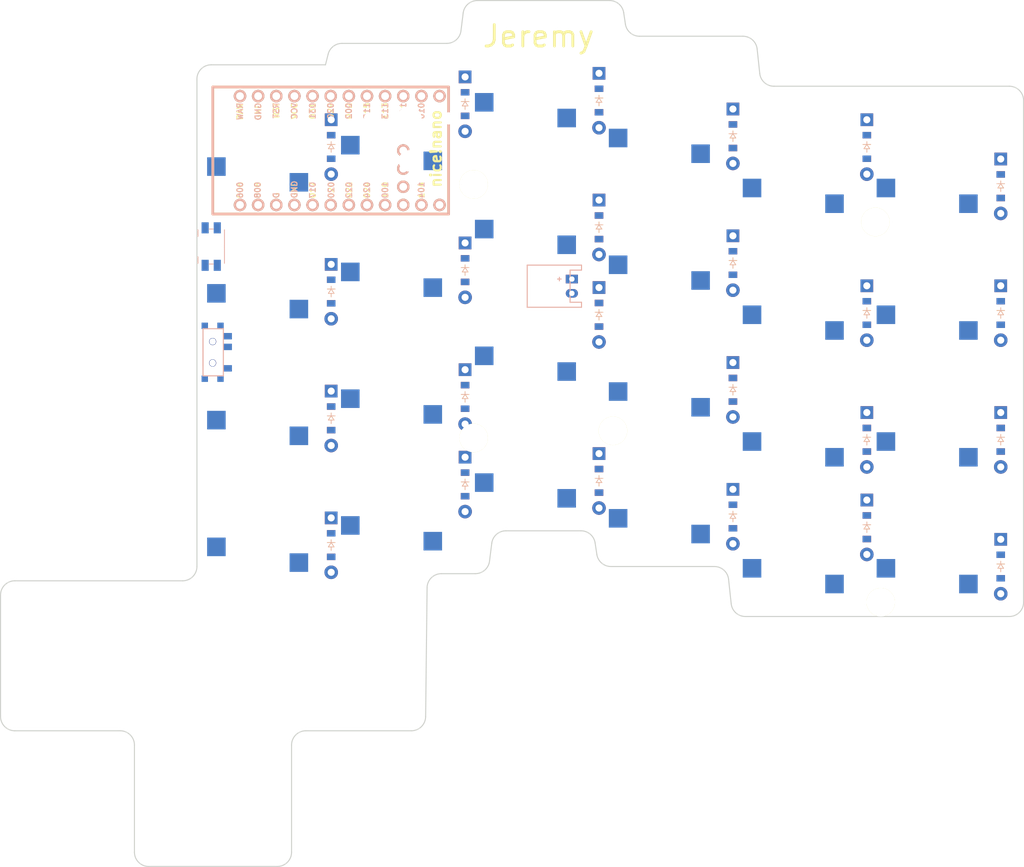
<source format=kicad_pcb>


(kicad_pcb (version 20171130) (host pcbnew 5.1.6)

  (page A3)
  (title_block
    (title "right")
    (rev "v1.0.0")
    (company "Unknown")
  )

  (general
    (thickness 1.6)
  )

  (layers
    (0 F.Cu signal)
    (31 B.Cu signal)
    (32 B.Adhes user)
    (33 F.Adhes user)
    (34 B.Paste user)
    (35 F.Paste user)
    (36 B.SilkS user)
    (37 F.SilkS user)
    (38 B.Mask user)
    (39 F.Mask user)
    (40 Dwgs.User user)
    (41 Cmts.User user)
    (42 Eco1.User user)
    (43 Eco2.User user)
    (44 Edge.Cuts user)
    (45 Margin user)
    (46 B.CrtYd user)
    (47 F.CrtYd user)
    (48 B.Fab user)
    (49 F.Fab user)
  )

  (setup
    (last_trace_width 0.25)
    (trace_clearance 0.2)
    (zone_clearance 0.508)
    (zone_45_only no)
    (trace_min 0.2)
    (via_size 0.8)
    (via_drill 0.4)
    (via_min_size 0.4)
    (via_min_drill 0.3)
    (uvia_size 0.3)
    (uvia_drill 0.1)
    (uvias_allowed no)
    (uvia_min_size 0.2)
    (uvia_min_drill 0.1)
    (edge_width 0.05)
    (segment_width 0.2)
    (pcb_text_width 0.3)
    (pcb_text_size 1.5 1.5)
    (mod_edge_width 0.12)
    (mod_text_size 1 1)
    (mod_text_width 0.15)
    (pad_size 1.524 1.524)
    (pad_drill 0.762)
    (pad_to_mask_clearance 0.05)
    (aux_axis_origin 0 0)
    (visible_elements FFFFFF7F)
    (pcbplotparams
      (layerselection 0x010fc_ffffffff)
      (usegerberextensions false)
      (usegerberattributes true)
      (usegerberadvancedattributes true)
      (creategerberjobfile true)
      (excludeedgelayer true)
      (linewidth 0.100000)
      (plotframeref false)
      (viasonmask false)
      (mode 1)
      (useauxorigin false)
      (hpglpennumber 1)
      (hpglpenspeed 20)
      (hpglpendiameter 15.000000)
      (psnegative false)
      (psa4output false)
      (plotreference true)
      (plotvalue true)
      (plotinvisibletext false)
      (padsonsilk false)
      (subtractmaskfromsilk false)
      (outputformat 1)
      (mirror false)
      (drillshape 1)
      (scaleselection 1)
      (outputdirectory ""))
  )

  (net 0 "")
(net 1 "P020")
(net 2 "mirror_first_bottom")
(net 3 "mirror_first_home")
(net 4 "mirror_first_top")
(net 5 "mirror_first_num")
(net 6 "P022")
(net 7 "mirror_second_bottom")
(net 8 "mirror_second_home")
(net 9 "mirror_second_top")
(net 10 "mirror_second_num")
(net 11 "P024")
(net 12 "mirror_third_bottom")
(net 13 "mirror_third_home")
(net 14 "mirror_third_top")
(net 15 "mirror_third_num")
(net 16 "P100")
(net 17 "mirror_fourth_bottom")
(net 18 "mirror_fourth_home")
(net 19 "mirror_fourth_top")
(net 20 "mirror_fourth_num")
(net 21 "P011")
(net 22 "mirror_fifth_bottom")
(net 23 "mirror_fifth_home")
(net 24 "mirror_fifth_top")
(net 25 "mirror_fifth_num")
(net 26 "P017")
(net 27 "mirror_sixth_bottom")
(net 28 "mirror_sixth_home")
(net 29 "mirror_sixth_top")
(net 30 "mirror_sixth_num")
(net 31 "P115")
(net 32 "P002")
(net 33 "P029")
(net 34 "P031")
(net 35 "RAW")
(net 36 "GND")
(net 37 "RST")
(net 38 "VCC")
(net 39 "P113")
(net 40 "P111")
(net 41 "P010")
(net 42 "P009")
(net 43 "P006")
(net 44 "P008")
(net 45 "P104")
(net 46 "P106")
(net 47 "P101")
(net 48 "P102")
(net 49 "P107")
(net 50 "pos")

  (net_class Default "This is the default net class."
    (clearance 0.2)
    (trace_width 0.25)
    (via_dia 0.8)
    (via_drill 0.4)
    (uvia_dia 0.3)
    (uvia_drill 0.1)
    (add_net "")
(add_net "P020")
(add_net "mirror_first_bottom")
(add_net "mirror_first_home")
(add_net "mirror_first_top")
(add_net "mirror_first_num")
(add_net "P022")
(add_net "mirror_second_bottom")
(add_net "mirror_second_home")
(add_net "mirror_second_top")
(add_net "mirror_second_num")
(add_net "P024")
(add_net "mirror_third_bottom")
(add_net "mirror_third_home")
(add_net "mirror_third_top")
(add_net "mirror_third_num")
(add_net "P100")
(add_net "mirror_fourth_bottom")
(add_net "mirror_fourth_home")
(add_net "mirror_fourth_top")
(add_net "mirror_fourth_num")
(add_net "P011")
(add_net "mirror_fifth_bottom")
(add_net "mirror_fifth_home")
(add_net "mirror_fifth_top")
(add_net "mirror_fifth_num")
(add_net "P017")
(add_net "mirror_sixth_bottom")
(add_net "mirror_sixth_home")
(add_net "mirror_sixth_top")
(add_net "mirror_sixth_num")
(add_net "P115")
(add_net "P002")
(add_net "P029")
(add_net "P031")
(add_net "RAW")
(add_net "GND")
(add_net "RST")
(add_net "VCC")
(add_net "P113")
(add_net "P111")
(add_net "P010")
(add_net "P009")
(add_net "P006")
(add_net "P008")
(add_net "P104")
(add_net "P106")
(add_net "P101")
(add_net "P102")
(add_net "P107")
(add_net "pos")
  )

  
        
      (module PG1350 (layer F.Cu) (tedit 5DD50112)
      (at 397.5 150 -180)

      
      (fp_text reference "S1" (at 0 0) (layer F.SilkS) hide (effects (font (size 1.27 1.27) (thickness 0.15))))
      (fp_text value "" (at 0 0) (layer F.SilkS) hide (effects (font (size 1.27 1.27) (thickness 0.15))))

      
      (fp_line (start -7 -6) (end -7 -7) (layer Dwgs.User) (width 0.15))
      (fp_line (start -7 7) (end -6 7) (layer Dwgs.User) (width 0.15))
      (fp_line (start -6 -7) (end -7 -7) (layer Dwgs.User) (width 0.15))
      (fp_line (start -7 7) (end -7 6) (layer Dwgs.User) (width 0.15))
      (fp_line (start 7 6) (end 7 7) (layer Dwgs.User) (width 0.15))
      (fp_line (start 7 -7) (end 6 -7) (layer Dwgs.User) (width 0.15))
      (fp_line (start 6 7) (end 7 7) (layer Dwgs.User) (width 0.15))
      (fp_line (start 7 -7) (end 7 -6) (layer Dwgs.User) (width 0.15))      
      
      
      (pad "" np_thru_hole circle (at 0 0) (size 3.429 3.429) (drill 3.429) (layers *.Cu *.Mask))
        
      
      (pad "" np_thru_hole circle (at 5.5 0) (size 1.7018 1.7018) (drill 1.7018) (layers *.Cu *.Mask))
      (pad "" np_thru_hole circle (at -5.5 0) (size 1.7018 1.7018) (drill 1.7018) (layers *.Cu *.Mask))
      
        
      
      (fp_line (start -9 -8.5) (end 9 -8.5) (layer Dwgs.User) (width 0.15))
      (fp_line (start 9 -8.5) (end 9 8.5) (layer Dwgs.User) (width 0.15))
      (fp_line (start 9 8.5) (end -9 8.5) (layer Dwgs.User) (width 0.15))
      (fp_line (start -9 8.5) (end -9 -8.5) (layer Dwgs.User) (width 0.15))
      
        
          
          (pad "" np_thru_hole circle (at 5 -3.75) (size 3 3) (drill 3) (layers *.Cu *.Mask))
          (pad "" np_thru_hole circle (at 0 -5.95) (size 3 3) (drill 3) (layers *.Cu *.Mask))
      
          
          (pad 1 smd rect (at -3.275 -5.95 -180) (size 2.6 2.6) (layers B.Cu B.Paste B.Mask)  (net 1 "P020"))
          (pad 2 smd rect (at 8.275 -3.75 -180) (size 2.6 2.6) (layers B.Cu B.Paste B.Mask)  (net 2 "mirror_first_bottom"))
        )
        

        
      (module PG1350 (layer F.Cu) (tedit 5DD50112)
      (at 397.5 132.25 -180)

      
      (fp_text reference "S2" (at 0 0) (layer F.SilkS) hide (effects (font (size 1.27 1.27) (thickness 0.15))))
      (fp_text value "" (at 0 0) (layer F.SilkS) hide (effects (font (size 1.27 1.27) (thickness 0.15))))

      
      (fp_line (start -7 -6) (end -7 -7) (layer Dwgs.User) (width 0.15))
      (fp_line (start -7 7) (end -6 7) (layer Dwgs.User) (width 0.15))
      (fp_line (start -6 -7) (end -7 -7) (layer Dwgs.User) (width 0.15))
      (fp_line (start -7 7) (end -7 6) (layer Dwgs.User) (width 0.15))
      (fp_line (start 7 6) (end 7 7) (layer Dwgs.User) (width 0.15))
      (fp_line (start 7 -7) (end 6 -7) (layer Dwgs.User) (width 0.15))
      (fp_line (start 6 7) (end 7 7) (layer Dwgs.User) (width 0.15))
      (fp_line (start 7 -7) (end 7 -6) (layer Dwgs.User) (width 0.15))      
      
      
      (pad "" np_thru_hole circle (at 0 0) (size 3.429 3.429) (drill 3.429) (layers *.Cu *.Mask))
        
      
      (pad "" np_thru_hole circle (at 5.5 0) (size 1.7018 1.7018) (drill 1.7018) (layers *.Cu *.Mask))
      (pad "" np_thru_hole circle (at -5.5 0) (size 1.7018 1.7018) (drill 1.7018) (layers *.Cu *.Mask))
      
        
      
      (fp_line (start -9 -8.5) (end 9 -8.5) (layer Dwgs.User) (width 0.15))
      (fp_line (start 9 -8.5) (end 9 8.5) (layer Dwgs.User) (width 0.15))
      (fp_line (start 9 8.5) (end -9 8.5) (layer Dwgs.User) (width 0.15))
      (fp_line (start -9 8.5) (end -9 -8.5) (layer Dwgs.User) (width 0.15))
      
        
          
          (pad "" np_thru_hole circle (at 5 -3.75) (size 3 3) (drill 3) (layers *.Cu *.Mask))
          (pad "" np_thru_hole circle (at 0 -5.95) (size 3 3) (drill 3) (layers *.Cu *.Mask))
      
          
          (pad 1 smd rect (at -3.275 -5.95 -180) (size 2.6 2.6) (layers B.Cu B.Paste B.Mask)  (net 1 "P020"))
          (pad 2 smd rect (at 8.275 -3.75 -180) (size 2.6 2.6) (layers B.Cu B.Paste B.Mask)  (net 3 "mirror_first_home"))
        )
        

        
      (module PG1350 (layer F.Cu) (tedit 5DD50112)
      (at 397.5 114.5 -180)

      
      (fp_text reference "S3" (at 0 0) (layer F.SilkS) hide (effects (font (size 1.27 1.27) (thickness 0.15))))
      (fp_text value "" (at 0 0) (layer F.SilkS) hide (effects (font (size 1.27 1.27) (thickness 0.15))))

      
      (fp_line (start -7 -6) (end -7 -7) (layer Dwgs.User) (width 0.15))
      (fp_line (start -7 7) (end -6 7) (layer Dwgs.User) (width 0.15))
      (fp_line (start -6 -7) (end -7 -7) (layer Dwgs.User) (width 0.15))
      (fp_line (start -7 7) (end -7 6) (layer Dwgs.User) (width 0.15))
      (fp_line (start 7 6) (end 7 7) (layer Dwgs.User) (width 0.15))
      (fp_line (start 7 -7) (end 6 -7) (layer Dwgs.User) (width 0.15))
      (fp_line (start 6 7) (end 7 7) (layer Dwgs.User) (width 0.15))
      (fp_line (start 7 -7) (end 7 -6) (layer Dwgs.User) (width 0.15))      
      
      
      (pad "" np_thru_hole circle (at 0 0) (size 3.429 3.429) (drill 3.429) (layers *.Cu *.Mask))
        
      
      (pad "" np_thru_hole circle (at 5.5 0) (size 1.7018 1.7018) (drill 1.7018) (layers *.Cu *.Mask))
      (pad "" np_thru_hole circle (at -5.5 0) (size 1.7018 1.7018) (drill 1.7018) (layers *.Cu *.Mask))
      
        
      
      (fp_line (start -9 -8.5) (end 9 -8.5) (layer Dwgs.User) (width 0.15))
      (fp_line (start 9 -8.5) (end 9 8.5) (layer Dwgs.User) (width 0.15))
      (fp_line (start 9 8.5) (end -9 8.5) (layer Dwgs.User) (width 0.15))
      (fp_line (start -9 8.5) (end -9 -8.5) (layer Dwgs.User) (width 0.15))
      
        
          
          (pad "" np_thru_hole circle (at 5 -3.75) (size 3 3) (drill 3) (layers *.Cu *.Mask))
          (pad "" np_thru_hole circle (at 0 -5.95) (size 3 3) (drill 3) (layers *.Cu *.Mask))
      
          
          (pad 1 smd rect (at -3.275 -5.95 -180) (size 2.6 2.6) (layers B.Cu B.Paste B.Mask)  (net 1 "P020"))
          (pad 2 smd rect (at 8.275 -3.75 -180) (size 2.6 2.6) (layers B.Cu B.Paste B.Mask)  (net 4 "mirror_first_top"))
        )
        

        
      (module PG1350 (layer F.Cu) (tedit 5DD50112)
      (at 397.5 96.75 -180)

      
      (fp_text reference "S4" (at 0 0) (layer F.SilkS) hide (effects (font (size 1.27 1.27) (thickness 0.15))))
      (fp_text value "" (at 0 0) (layer F.SilkS) hide (effects (font (size 1.27 1.27) (thickness 0.15))))

      
      (fp_line (start -7 -6) (end -7 -7) (layer Dwgs.User) (width 0.15))
      (fp_line (start -7 7) (end -6 7) (layer Dwgs.User) (width 0.15))
      (fp_line (start -6 -7) (end -7 -7) (layer Dwgs.User) (width 0.15))
      (fp_line (start -7 7) (end -7 6) (layer Dwgs.User) (width 0.15))
      (fp_line (start 7 6) (end 7 7) (layer Dwgs.User) (width 0.15))
      (fp_line (start 7 -7) (end 6 -7) (layer Dwgs.User) (width 0.15))
      (fp_line (start 6 7) (end 7 7) (layer Dwgs.User) (width 0.15))
      (fp_line (start 7 -7) (end 7 -6) (layer Dwgs.User) (width 0.15))      
      
      
      (pad "" np_thru_hole circle (at 0 0) (size 3.429 3.429) (drill 3.429) (layers *.Cu *.Mask))
        
      
      (pad "" np_thru_hole circle (at 5.5 0) (size 1.7018 1.7018) (drill 1.7018) (layers *.Cu *.Mask))
      (pad "" np_thru_hole circle (at -5.5 0) (size 1.7018 1.7018) (drill 1.7018) (layers *.Cu *.Mask))
      
        
      
      (fp_line (start -9 -8.5) (end 9 -8.5) (layer Dwgs.User) (width 0.15))
      (fp_line (start 9 -8.5) (end 9 8.5) (layer Dwgs.User) (width 0.15))
      (fp_line (start 9 8.5) (end -9 8.5) (layer Dwgs.User) (width 0.15))
      (fp_line (start -9 8.5) (end -9 -8.5) (layer Dwgs.User) (width 0.15))
      
        
          
          (pad "" np_thru_hole circle (at 5 -3.75) (size 3 3) (drill 3) (layers *.Cu *.Mask))
          (pad "" np_thru_hole circle (at 0 -5.95) (size 3 3) (drill 3) (layers *.Cu *.Mask))
      
          
          (pad 1 smd rect (at -3.275 -5.95 -180) (size 2.6 2.6) (layers B.Cu B.Paste B.Mask)  (net 1 "P020"))
          (pad 2 smd rect (at 8.275 -3.75 -180) (size 2.6 2.6) (layers B.Cu B.Paste B.Mask)  (net 5 "mirror_first_num"))
        )
        

        
      (module PG1350 (layer F.Cu) (tedit 5DD50112)
      (at 378.75 150 -180)

      
      (fp_text reference "S5" (at 0 0) (layer F.SilkS) hide (effects (font (size 1.27 1.27) (thickness 0.15))))
      (fp_text value "" (at 0 0) (layer F.SilkS) hide (effects (font (size 1.27 1.27) (thickness 0.15))))

      
      (fp_line (start -7 -6) (end -7 -7) (layer Dwgs.User) (width 0.15))
      (fp_line (start -7 7) (end -6 7) (layer Dwgs.User) (width 0.15))
      (fp_line (start -6 -7) (end -7 -7) (layer Dwgs.User) (width 0.15))
      (fp_line (start -7 7) (end -7 6) (layer Dwgs.User) (width 0.15))
      (fp_line (start 7 6) (end 7 7) (layer Dwgs.User) (width 0.15))
      (fp_line (start 7 -7) (end 6 -7) (layer Dwgs.User) (width 0.15))
      (fp_line (start 6 7) (end 7 7) (layer Dwgs.User) (width 0.15))
      (fp_line (start 7 -7) (end 7 -6) (layer Dwgs.User) (width 0.15))      
      
      
      (pad "" np_thru_hole circle (at 0 0) (size 3.429 3.429) (drill 3.429) (layers *.Cu *.Mask))
        
      
      (pad "" np_thru_hole circle (at 5.5 0) (size 1.7018 1.7018) (drill 1.7018) (layers *.Cu *.Mask))
      (pad "" np_thru_hole circle (at -5.5 0) (size 1.7018 1.7018) (drill 1.7018) (layers *.Cu *.Mask))
      
        
      
      (fp_line (start -9 -8.5) (end 9 -8.5) (layer Dwgs.User) (width 0.15))
      (fp_line (start 9 -8.5) (end 9 8.5) (layer Dwgs.User) (width 0.15))
      (fp_line (start 9 8.5) (end -9 8.5) (layer Dwgs.User) (width 0.15))
      (fp_line (start -9 8.5) (end -9 -8.5) (layer Dwgs.User) (width 0.15))
      
        
          
          (pad "" np_thru_hole circle (at 5 -3.75) (size 3 3) (drill 3) (layers *.Cu *.Mask))
          (pad "" np_thru_hole circle (at 0 -5.95) (size 3 3) (drill 3) (layers *.Cu *.Mask))
      
          
          (pad 1 smd rect (at -3.275 -5.95 -180) (size 2.6 2.6) (layers B.Cu B.Paste B.Mask)  (net 6 "P022"))
          (pad 2 smd rect (at 8.275 -3.75 -180) (size 2.6 2.6) (layers B.Cu B.Paste B.Mask)  (net 7 "mirror_second_bottom"))
        )
        

        
      (module PG1350 (layer F.Cu) (tedit 5DD50112)
      (at 378.75 132.25 -180)

      
      (fp_text reference "S6" (at 0 0) (layer F.SilkS) hide (effects (font (size 1.27 1.27) (thickness 0.15))))
      (fp_text value "" (at 0 0) (layer F.SilkS) hide (effects (font (size 1.27 1.27) (thickness 0.15))))

      
      (fp_line (start -7 -6) (end -7 -7) (layer Dwgs.User) (width 0.15))
      (fp_line (start -7 7) (end -6 7) (layer Dwgs.User) (width 0.15))
      (fp_line (start -6 -7) (end -7 -7) (layer Dwgs.User) (width 0.15))
      (fp_line (start -7 7) (end -7 6) (layer Dwgs.User) (width 0.15))
      (fp_line (start 7 6) (end 7 7) (layer Dwgs.User) (width 0.15))
      (fp_line (start 7 -7) (end 6 -7) (layer Dwgs.User) (width 0.15))
      (fp_line (start 6 7) (end 7 7) (layer Dwgs.User) (width 0.15))
      (fp_line (start 7 -7) (end 7 -6) (layer Dwgs.User) (width 0.15))      
      
      
      (pad "" np_thru_hole circle (at 0 0) (size 3.429 3.429) (drill 3.429) (layers *.Cu *.Mask))
        
      
      (pad "" np_thru_hole circle (at 5.5 0) (size 1.7018 1.7018) (drill 1.7018) (layers *.Cu *.Mask))
      (pad "" np_thru_hole circle (at -5.5 0) (size 1.7018 1.7018) (drill 1.7018) (layers *.Cu *.Mask))
      
        
      
      (fp_line (start -9 -8.5) (end 9 -8.5) (layer Dwgs.User) (width 0.15))
      (fp_line (start 9 -8.5) (end 9 8.5) (layer Dwgs.User) (width 0.15))
      (fp_line (start 9 8.5) (end -9 8.5) (layer Dwgs.User) (width 0.15))
      (fp_line (start -9 8.5) (end -9 -8.5) (layer Dwgs.User) (width 0.15))
      
        
          
          (pad "" np_thru_hole circle (at 5 -3.75) (size 3 3) (drill 3) (layers *.Cu *.Mask))
          (pad "" np_thru_hole circle (at 0 -5.95) (size 3 3) (drill 3) (layers *.Cu *.Mask))
      
          
          (pad 1 smd rect (at -3.275 -5.95 -180) (size 2.6 2.6) (layers B.Cu B.Paste B.Mask)  (net 6 "P022"))
          (pad 2 smd rect (at 8.275 -3.75 -180) (size 2.6 2.6) (layers B.Cu B.Paste B.Mask)  (net 8 "mirror_second_home"))
        )
        

        
      (module PG1350 (layer F.Cu) (tedit 5DD50112)
      (at 378.75 114.5 -180)

      
      (fp_text reference "S7" (at 0 0) (layer F.SilkS) hide (effects (font (size 1.27 1.27) (thickness 0.15))))
      (fp_text value "" (at 0 0) (layer F.SilkS) hide (effects (font (size 1.27 1.27) (thickness 0.15))))

      
      (fp_line (start -7 -6) (end -7 -7) (layer Dwgs.User) (width 0.15))
      (fp_line (start -7 7) (end -6 7) (layer Dwgs.User) (width 0.15))
      (fp_line (start -6 -7) (end -7 -7) (layer Dwgs.User) (width 0.15))
      (fp_line (start -7 7) (end -7 6) (layer Dwgs.User) (width 0.15))
      (fp_line (start 7 6) (end 7 7) (layer Dwgs.User) (width 0.15))
      (fp_line (start 7 -7) (end 6 -7) (layer Dwgs.User) (width 0.15))
      (fp_line (start 6 7) (end 7 7) (layer Dwgs.User) (width 0.15))
      (fp_line (start 7 -7) (end 7 -6) (layer Dwgs.User) (width 0.15))      
      
      
      (pad "" np_thru_hole circle (at 0 0) (size 3.429 3.429) (drill 3.429) (layers *.Cu *.Mask))
        
      
      (pad "" np_thru_hole circle (at 5.5 0) (size 1.7018 1.7018) (drill 1.7018) (layers *.Cu *.Mask))
      (pad "" np_thru_hole circle (at -5.5 0) (size 1.7018 1.7018) (drill 1.7018) (layers *.Cu *.Mask))
      
        
      
      (fp_line (start -9 -8.5) (end 9 -8.5) (layer Dwgs.User) (width 0.15))
      (fp_line (start 9 -8.5) (end 9 8.5) (layer Dwgs.User) (width 0.15))
      (fp_line (start 9 8.5) (end -9 8.5) (layer Dwgs.User) (width 0.15))
      (fp_line (start -9 8.5) (end -9 -8.5) (layer Dwgs.User) (width 0.15))
      
        
          
          (pad "" np_thru_hole circle (at 5 -3.75) (size 3 3) (drill 3) (layers *.Cu *.Mask))
          (pad "" np_thru_hole circle (at 0 -5.95) (size 3 3) (drill 3) (layers *.Cu *.Mask))
      
          
          (pad 1 smd rect (at -3.275 -5.95 -180) (size 2.6 2.6) (layers B.Cu B.Paste B.Mask)  (net 6 "P022"))
          (pad 2 smd rect (at 8.275 -3.75 -180) (size 2.6 2.6) (layers B.Cu B.Paste B.Mask)  (net 9 "mirror_second_top"))
        )
        

        
      (module PG1350 (layer F.Cu) (tedit 5DD50112)
      (at 378.75 96.75 -180)

      
      (fp_text reference "S8" (at 0 0) (layer F.SilkS) hide (effects (font (size 1.27 1.27) (thickness 0.15))))
      (fp_text value "" (at 0 0) (layer F.SilkS) hide (effects (font (size 1.27 1.27) (thickness 0.15))))

      
      (fp_line (start -7 -6) (end -7 -7) (layer Dwgs.User) (width 0.15))
      (fp_line (start -7 7) (end -6 7) (layer Dwgs.User) (width 0.15))
      (fp_line (start -6 -7) (end -7 -7) (layer Dwgs.User) (width 0.15))
      (fp_line (start -7 7) (end -7 6) (layer Dwgs.User) (width 0.15))
      (fp_line (start 7 6) (end 7 7) (layer Dwgs.User) (width 0.15))
      (fp_line (start 7 -7) (end 6 -7) (layer Dwgs.User) (width 0.15))
      (fp_line (start 6 7) (end 7 7) (layer Dwgs.User) (width 0.15))
      (fp_line (start 7 -7) (end 7 -6) (layer Dwgs.User) (width 0.15))      
      
      
      (pad "" np_thru_hole circle (at 0 0) (size 3.429 3.429) (drill 3.429) (layers *.Cu *.Mask))
        
      
      (pad "" np_thru_hole circle (at 5.5 0) (size 1.7018 1.7018) (drill 1.7018) (layers *.Cu *.Mask))
      (pad "" np_thru_hole circle (at -5.5 0) (size 1.7018 1.7018) (drill 1.7018) (layers *.Cu *.Mask))
      
        
      
      (fp_line (start -9 -8.5) (end 9 -8.5) (layer Dwgs.User) (width 0.15))
      (fp_line (start 9 -8.5) (end 9 8.5) (layer Dwgs.User) (width 0.15))
      (fp_line (start 9 8.5) (end -9 8.5) (layer Dwgs.User) (width 0.15))
      (fp_line (start -9 8.5) (end -9 -8.5) (layer Dwgs.User) (width 0.15))
      
        
          
          (pad "" np_thru_hole circle (at 5 -3.75) (size 3 3) (drill 3) (layers *.Cu *.Mask))
          (pad "" np_thru_hole circle (at 0 -5.95) (size 3 3) (drill 3) (layers *.Cu *.Mask))
      
          
          (pad 1 smd rect (at -3.275 -5.95 -180) (size 2.6 2.6) (layers B.Cu B.Paste B.Mask)  (net 6 "P022"))
          (pad 2 smd rect (at 8.275 -3.75 -180) (size 2.6 2.6) (layers B.Cu B.Paste B.Mask)  (net 10 "mirror_second_num"))
        )
        

        
      (module PG1350 (layer F.Cu) (tedit 5DD50112)
      (at 360 143 -180)

      
      (fp_text reference "S9" (at 0 0) (layer F.SilkS) hide (effects (font (size 1.27 1.27) (thickness 0.15))))
      (fp_text value "" (at 0 0) (layer F.SilkS) hide (effects (font (size 1.27 1.27) (thickness 0.15))))

      
      (fp_line (start -7 -6) (end -7 -7) (layer Dwgs.User) (width 0.15))
      (fp_line (start -7 7) (end -6 7) (layer Dwgs.User) (width 0.15))
      (fp_line (start -6 -7) (end -7 -7) (layer Dwgs.User) (width 0.15))
      (fp_line (start -7 7) (end -7 6) (layer Dwgs.User) (width 0.15))
      (fp_line (start 7 6) (end 7 7) (layer Dwgs.User) (width 0.15))
      (fp_line (start 7 -7) (end 6 -7) (layer Dwgs.User) (width 0.15))
      (fp_line (start 6 7) (end 7 7) (layer Dwgs.User) (width 0.15))
      (fp_line (start 7 -7) (end 7 -6) (layer Dwgs.User) (width 0.15))      
      
      
      (pad "" np_thru_hole circle (at 0 0) (size 3.429 3.429) (drill 3.429) (layers *.Cu *.Mask))
        
      
      (pad "" np_thru_hole circle (at 5.5 0) (size 1.7018 1.7018) (drill 1.7018) (layers *.Cu *.Mask))
      (pad "" np_thru_hole circle (at -5.5 0) (size 1.7018 1.7018) (drill 1.7018) (layers *.Cu *.Mask))
      
        
      
      (fp_line (start -9 -8.5) (end 9 -8.5) (layer Dwgs.User) (width 0.15))
      (fp_line (start 9 -8.5) (end 9 8.5) (layer Dwgs.User) (width 0.15))
      (fp_line (start 9 8.5) (end -9 8.5) (layer Dwgs.User) (width 0.15))
      (fp_line (start -9 8.5) (end -9 -8.5) (layer Dwgs.User) (width 0.15))
      
        
          
          (pad "" np_thru_hole circle (at 5 -3.75) (size 3 3) (drill 3) (layers *.Cu *.Mask))
          (pad "" np_thru_hole circle (at 0 -5.95) (size 3 3) (drill 3) (layers *.Cu *.Mask))
      
          
          (pad 1 smd rect (at -3.275 -5.95 -180) (size 2.6 2.6) (layers B.Cu B.Paste B.Mask)  (net 11 "P024"))
          (pad 2 smd rect (at 8.275 -3.75 -180) (size 2.6 2.6) (layers B.Cu B.Paste B.Mask)  (net 12 "mirror_third_bottom"))
        )
        

        
      (module PG1350 (layer F.Cu) (tedit 5DD50112)
      (at 360 125.25 -180)

      
      (fp_text reference "S10" (at 0 0) (layer F.SilkS) hide (effects (font (size 1.27 1.27) (thickness 0.15))))
      (fp_text value "" (at 0 0) (layer F.SilkS) hide (effects (font (size 1.27 1.27) (thickness 0.15))))

      
      (fp_line (start -7 -6) (end -7 -7) (layer Dwgs.User) (width 0.15))
      (fp_line (start -7 7) (end -6 7) (layer Dwgs.User) (width 0.15))
      (fp_line (start -6 -7) (end -7 -7) (layer Dwgs.User) (width 0.15))
      (fp_line (start -7 7) (end -7 6) (layer Dwgs.User) (width 0.15))
      (fp_line (start 7 6) (end 7 7) (layer Dwgs.User) (width 0.15))
      (fp_line (start 7 -7) (end 6 -7) (layer Dwgs.User) (width 0.15))
      (fp_line (start 6 7) (end 7 7) (layer Dwgs.User) (width 0.15))
      (fp_line (start 7 -7) (end 7 -6) (layer Dwgs.User) (width 0.15))      
      
      
      (pad "" np_thru_hole circle (at 0 0) (size 3.429 3.429) (drill 3.429) (layers *.Cu *.Mask))
        
      
      (pad "" np_thru_hole circle (at 5.5 0) (size 1.7018 1.7018) (drill 1.7018) (layers *.Cu *.Mask))
      (pad "" np_thru_hole circle (at -5.5 0) (size 1.7018 1.7018) (drill 1.7018) (layers *.Cu *.Mask))
      
        
      
      (fp_line (start -9 -8.5) (end 9 -8.5) (layer Dwgs.User) (width 0.15))
      (fp_line (start 9 -8.5) (end 9 8.5) (layer Dwgs.User) (width 0.15))
      (fp_line (start 9 8.5) (end -9 8.5) (layer Dwgs.User) (width 0.15))
      (fp_line (start -9 8.5) (end -9 -8.5) (layer Dwgs.User) (width 0.15))
      
        
          
          (pad "" np_thru_hole circle (at 5 -3.75) (size 3 3) (drill 3) (layers *.Cu *.Mask))
          (pad "" np_thru_hole circle (at 0 -5.95) (size 3 3) (drill 3) (layers *.Cu *.Mask))
      
          
          (pad 1 smd rect (at -3.275 -5.95 -180) (size 2.6 2.6) (layers B.Cu B.Paste B.Mask)  (net 11 "P024"))
          (pad 2 smd rect (at 8.275 -3.75 -180) (size 2.6 2.6) (layers B.Cu B.Paste B.Mask)  (net 13 "mirror_third_home"))
        )
        

        
      (module PG1350 (layer F.Cu) (tedit 5DD50112)
      (at 360 107.5 -180)

      
      (fp_text reference "S11" (at 0 0) (layer F.SilkS) hide (effects (font (size 1.27 1.27) (thickness 0.15))))
      (fp_text value "" (at 0 0) (layer F.SilkS) hide (effects (font (size 1.27 1.27) (thickness 0.15))))

      
      (fp_line (start -7 -6) (end -7 -7) (layer Dwgs.User) (width 0.15))
      (fp_line (start -7 7) (end -6 7) (layer Dwgs.User) (width 0.15))
      (fp_line (start -6 -7) (end -7 -7) (layer Dwgs.User) (width 0.15))
      (fp_line (start -7 7) (end -7 6) (layer Dwgs.User) (width 0.15))
      (fp_line (start 7 6) (end 7 7) (layer Dwgs.User) (width 0.15))
      (fp_line (start 7 -7) (end 6 -7) (layer Dwgs.User) (width 0.15))
      (fp_line (start 6 7) (end 7 7) (layer Dwgs.User) (width 0.15))
      (fp_line (start 7 -7) (end 7 -6) (layer Dwgs.User) (width 0.15))      
      
      
      (pad "" np_thru_hole circle (at 0 0) (size 3.429 3.429) (drill 3.429) (layers *.Cu *.Mask))
        
      
      (pad "" np_thru_hole circle (at 5.5 0) (size 1.7018 1.7018) (drill 1.7018) (layers *.Cu *.Mask))
      (pad "" np_thru_hole circle (at -5.5 0) (size 1.7018 1.7018) (drill 1.7018) (layers *.Cu *.Mask))
      
        
      
      (fp_line (start -9 -8.5) (end 9 -8.5) (layer Dwgs.User) (width 0.15))
      (fp_line (start 9 -8.5) (end 9 8.5) (layer Dwgs.User) (width 0.15))
      (fp_line (start 9 8.5) (end -9 8.5) (layer Dwgs.User) (width 0.15))
      (fp_line (start -9 8.5) (end -9 -8.5) (layer Dwgs.User) (width 0.15))
      
        
          
          (pad "" np_thru_hole circle (at 5 -3.75) (size 3 3) (drill 3) (layers *.Cu *.Mask))
          (pad "" np_thru_hole circle (at 0 -5.95) (size 3 3) (drill 3) (layers *.Cu *.Mask))
      
          
          (pad 1 smd rect (at -3.275 -5.95 -180) (size 2.6 2.6) (layers B.Cu B.Paste B.Mask)  (net 11 "P024"))
          (pad 2 smd rect (at 8.275 -3.75 -180) (size 2.6 2.6) (layers B.Cu B.Paste B.Mask)  (net 14 "mirror_third_top"))
        )
        

        
      (module PG1350 (layer F.Cu) (tedit 5DD50112)
      (at 360 89.75 -180)

      
      (fp_text reference "S12" (at 0 0) (layer F.SilkS) hide (effects (font (size 1.27 1.27) (thickness 0.15))))
      (fp_text value "" (at 0 0) (layer F.SilkS) hide (effects (font (size 1.27 1.27) (thickness 0.15))))

      
      (fp_line (start -7 -6) (end -7 -7) (layer Dwgs.User) (width 0.15))
      (fp_line (start -7 7) (end -6 7) (layer Dwgs.User) (width 0.15))
      (fp_line (start -6 -7) (end -7 -7) (layer Dwgs.User) (width 0.15))
      (fp_line (start -7 7) (end -7 6) (layer Dwgs.User) (width 0.15))
      (fp_line (start 7 6) (end 7 7) (layer Dwgs.User) (width 0.15))
      (fp_line (start 7 -7) (end 6 -7) (layer Dwgs.User) (width 0.15))
      (fp_line (start 6 7) (end 7 7) (layer Dwgs.User) (width 0.15))
      (fp_line (start 7 -7) (end 7 -6) (layer Dwgs.User) (width 0.15))      
      
      
      (pad "" np_thru_hole circle (at 0 0) (size 3.429 3.429) (drill 3.429) (layers *.Cu *.Mask))
        
      
      (pad "" np_thru_hole circle (at 5.5 0) (size 1.7018 1.7018) (drill 1.7018) (layers *.Cu *.Mask))
      (pad "" np_thru_hole circle (at -5.5 0) (size 1.7018 1.7018) (drill 1.7018) (layers *.Cu *.Mask))
      
        
      
      (fp_line (start -9 -8.5) (end 9 -8.5) (layer Dwgs.User) (width 0.15))
      (fp_line (start 9 -8.5) (end 9 8.5) (layer Dwgs.User) (width 0.15))
      (fp_line (start 9 8.5) (end -9 8.5) (layer Dwgs.User) (width 0.15))
      (fp_line (start -9 8.5) (end -9 -8.5) (layer Dwgs.User) (width 0.15))
      
        
          
          (pad "" np_thru_hole circle (at 5 -3.75) (size 3 3) (drill 3) (layers *.Cu *.Mask))
          (pad "" np_thru_hole circle (at 0 -5.95) (size 3 3) (drill 3) (layers *.Cu *.Mask))
      
          
          (pad 1 smd rect (at -3.275 -5.95 -180) (size 2.6 2.6) (layers B.Cu B.Paste B.Mask)  (net 11 "P024"))
          (pad 2 smd rect (at 8.275 -3.75 -180) (size 2.6 2.6) (layers B.Cu B.Paste B.Mask)  (net 15 "mirror_third_num"))
        )
        

        
      (module PG1350 (layer F.Cu) (tedit 5DD50112)
      (at 341.25 138 -180)

      
      (fp_text reference "S13" (at 0 0) (layer F.SilkS) hide (effects (font (size 1.27 1.27) (thickness 0.15))))
      (fp_text value "" (at 0 0) (layer F.SilkS) hide (effects (font (size 1.27 1.27) (thickness 0.15))))

      
      (fp_line (start -7 -6) (end -7 -7) (layer Dwgs.User) (width 0.15))
      (fp_line (start -7 7) (end -6 7) (layer Dwgs.User) (width 0.15))
      (fp_line (start -6 -7) (end -7 -7) (layer Dwgs.User) (width 0.15))
      (fp_line (start -7 7) (end -7 6) (layer Dwgs.User) (width 0.15))
      (fp_line (start 7 6) (end 7 7) (layer Dwgs.User) (width 0.15))
      (fp_line (start 7 -7) (end 6 -7) (layer Dwgs.User) (width 0.15))
      (fp_line (start 6 7) (end 7 7) (layer Dwgs.User) (width 0.15))
      (fp_line (start 7 -7) (end 7 -6) (layer Dwgs.User) (width 0.15))      
      
      
      (pad "" np_thru_hole circle (at 0 0) (size 3.429 3.429) (drill 3.429) (layers *.Cu *.Mask))
        
      
      (pad "" np_thru_hole circle (at 5.5 0) (size 1.7018 1.7018) (drill 1.7018) (layers *.Cu *.Mask))
      (pad "" np_thru_hole circle (at -5.5 0) (size 1.7018 1.7018) (drill 1.7018) (layers *.Cu *.Mask))
      
        
      
      (fp_line (start -9 -8.5) (end 9 -8.5) (layer Dwgs.User) (width 0.15))
      (fp_line (start 9 -8.5) (end 9 8.5) (layer Dwgs.User) (width 0.15))
      (fp_line (start 9 8.5) (end -9 8.5) (layer Dwgs.User) (width 0.15))
      (fp_line (start -9 8.5) (end -9 -8.5) (layer Dwgs.User) (width 0.15))
      
        
          
          (pad "" np_thru_hole circle (at 5 -3.75) (size 3 3) (drill 3) (layers *.Cu *.Mask))
          (pad "" np_thru_hole circle (at 0 -5.95) (size 3 3) (drill 3) (layers *.Cu *.Mask))
      
          
          (pad 1 smd rect (at -3.275 -5.95 -180) (size 2.6 2.6) (layers B.Cu B.Paste B.Mask)  (net 16 "P100"))
          (pad 2 smd rect (at 8.275 -3.75 -180) (size 2.6 2.6) (layers B.Cu B.Paste B.Mask)  (net 17 "mirror_fourth_bottom"))
        )
        

        
      (module PG1350 (layer F.Cu) (tedit 5DD50112)
      (at 341.25 120.25 -180)

      
      (fp_text reference "S14" (at 0 0) (layer F.SilkS) hide (effects (font (size 1.27 1.27) (thickness 0.15))))
      (fp_text value "" (at 0 0) (layer F.SilkS) hide (effects (font (size 1.27 1.27) (thickness 0.15))))

      
      (fp_line (start -7 -6) (end -7 -7) (layer Dwgs.User) (width 0.15))
      (fp_line (start -7 7) (end -6 7) (layer Dwgs.User) (width 0.15))
      (fp_line (start -6 -7) (end -7 -7) (layer Dwgs.User) (width 0.15))
      (fp_line (start -7 7) (end -7 6) (layer Dwgs.User) (width 0.15))
      (fp_line (start 7 6) (end 7 7) (layer Dwgs.User) (width 0.15))
      (fp_line (start 7 -7) (end 6 -7) (layer Dwgs.User) (width 0.15))
      (fp_line (start 6 7) (end 7 7) (layer Dwgs.User) (width 0.15))
      (fp_line (start 7 -7) (end 7 -6) (layer Dwgs.User) (width 0.15))      
      
      
      (pad "" np_thru_hole circle (at 0 0) (size 3.429 3.429) (drill 3.429) (layers *.Cu *.Mask))
        
      
      (pad "" np_thru_hole circle (at 5.5 0) (size 1.7018 1.7018) (drill 1.7018) (layers *.Cu *.Mask))
      (pad "" np_thru_hole circle (at -5.5 0) (size 1.7018 1.7018) (drill 1.7018) (layers *.Cu *.Mask))
      
        
      
      (fp_line (start -9 -8.5) (end 9 -8.5) (layer Dwgs.User) (width 0.15))
      (fp_line (start 9 -8.5) (end 9 8.5) (layer Dwgs.User) (width 0.15))
      (fp_line (start 9 8.5) (end -9 8.5) (layer Dwgs.User) (width 0.15))
      (fp_line (start -9 8.5) (end -9 -8.5) (layer Dwgs.User) (width 0.15))
      
        
          
          (pad "" np_thru_hole circle (at 5 -3.75) (size 3 3) (drill 3) (layers *.Cu *.Mask))
          (pad "" np_thru_hole circle (at 0 -5.95) (size 3 3) (drill 3) (layers *.Cu *.Mask))
      
          
          (pad 1 smd rect (at -3.275 -5.95 -180) (size 2.6 2.6) (layers B.Cu B.Paste B.Mask)  (net 16 "P100"))
          (pad 2 smd rect (at 8.275 -3.75 -180) (size 2.6 2.6) (layers B.Cu B.Paste B.Mask)  (net 18 "mirror_fourth_home"))
        )
        

        
      (module PG1350 (layer F.Cu) (tedit 5DD50112)
      (at 341.25 102.5 -180)

      
      (fp_text reference "S15" (at 0 0) (layer F.SilkS) hide (effects (font (size 1.27 1.27) (thickness 0.15))))
      (fp_text value "" (at 0 0) (layer F.SilkS) hide (effects (font (size 1.27 1.27) (thickness 0.15))))

      
      (fp_line (start -7 -6) (end -7 -7) (layer Dwgs.User) (width 0.15))
      (fp_line (start -7 7) (end -6 7) (layer Dwgs.User) (width 0.15))
      (fp_line (start -6 -7) (end -7 -7) (layer Dwgs.User) (width 0.15))
      (fp_line (start -7 7) (end -7 6) (layer Dwgs.User) (width 0.15))
      (fp_line (start 7 6) (end 7 7) (layer Dwgs.User) (width 0.15))
      (fp_line (start 7 -7) (end 6 -7) (layer Dwgs.User) (width 0.15))
      (fp_line (start 6 7) (end 7 7) (layer Dwgs.User) (width 0.15))
      (fp_line (start 7 -7) (end 7 -6) (layer Dwgs.User) (width 0.15))      
      
      
      (pad "" np_thru_hole circle (at 0 0) (size 3.429 3.429) (drill 3.429) (layers *.Cu *.Mask))
        
      
      (pad "" np_thru_hole circle (at 5.5 0) (size 1.7018 1.7018) (drill 1.7018) (layers *.Cu *.Mask))
      (pad "" np_thru_hole circle (at -5.5 0) (size 1.7018 1.7018) (drill 1.7018) (layers *.Cu *.Mask))
      
        
      
      (fp_line (start -9 -8.5) (end 9 -8.5) (layer Dwgs.User) (width 0.15))
      (fp_line (start 9 -8.5) (end 9 8.5) (layer Dwgs.User) (width 0.15))
      (fp_line (start 9 8.5) (end -9 8.5) (layer Dwgs.User) (width 0.15))
      (fp_line (start -9 8.5) (end -9 -8.5) (layer Dwgs.User) (width 0.15))
      
        
          
          (pad "" np_thru_hole circle (at 5 -3.75) (size 3 3) (drill 3) (layers *.Cu *.Mask))
          (pad "" np_thru_hole circle (at 0 -5.95) (size 3 3) (drill 3) (layers *.Cu *.Mask))
      
          
          (pad 1 smd rect (at -3.275 -5.95 -180) (size 2.6 2.6) (layers B.Cu B.Paste B.Mask)  (net 16 "P100"))
          (pad 2 smd rect (at 8.275 -3.75 -180) (size 2.6 2.6) (layers B.Cu B.Paste B.Mask)  (net 19 "mirror_fourth_top"))
        )
        

        
      (module PG1350 (layer F.Cu) (tedit 5DD50112)
      (at 341.25 84.75 -180)

      
      (fp_text reference "S16" (at 0 0) (layer F.SilkS) hide (effects (font (size 1.27 1.27) (thickness 0.15))))
      (fp_text value "" (at 0 0) (layer F.SilkS) hide (effects (font (size 1.27 1.27) (thickness 0.15))))

      
      (fp_line (start -7 -6) (end -7 -7) (layer Dwgs.User) (width 0.15))
      (fp_line (start -7 7) (end -6 7) (layer Dwgs.User) (width 0.15))
      (fp_line (start -6 -7) (end -7 -7) (layer Dwgs.User) (width 0.15))
      (fp_line (start -7 7) (end -7 6) (layer Dwgs.User) (width 0.15))
      (fp_line (start 7 6) (end 7 7) (layer Dwgs.User) (width 0.15))
      (fp_line (start 7 -7) (end 6 -7) (layer Dwgs.User) (width 0.15))
      (fp_line (start 6 7) (end 7 7) (layer Dwgs.User) (width 0.15))
      (fp_line (start 7 -7) (end 7 -6) (layer Dwgs.User) (width 0.15))      
      
      
      (pad "" np_thru_hole circle (at 0 0) (size 3.429 3.429) (drill 3.429) (layers *.Cu *.Mask))
        
      
      (pad "" np_thru_hole circle (at 5.5 0) (size 1.7018 1.7018) (drill 1.7018) (layers *.Cu *.Mask))
      (pad "" np_thru_hole circle (at -5.5 0) (size 1.7018 1.7018) (drill 1.7018) (layers *.Cu *.Mask))
      
        
      
      (fp_line (start -9 -8.5) (end 9 -8.5) (layer Dwgs.User) (width 0.15))
      (fp_line (start 9 -8.5) (end 9 8.5) (layer Dwgs.User) (width 0.15))
      (fp_line (start 9 8.5) (end -9 8.5) (layer Dwgs.User) (width 0.15))
      (fp_line (start -9 8.5) (end -9 -8.5) (layer Dwgs.User) (width 0.15))
      
        
          
          (pad "" np_thru_hole circle (at 5 -3.75) (size 3 3) (drill 3) (layers *.Cu *.Mask))
          (pad "" np_thru_hole circle (at 0 -5.95) (size 3 3) (drill 3) (layers *.Cu *.Mask))
      
          
          (pad 1 smd rect (at -3.275 -5.95 -180) (size 2.6 2.6) (layers B.Cu B.Paste B.Mask)  (net 16 "P100"))
          (pad 2 smd rect (at 8.275 -3.75 -180) (size 2.6 2.6) (layers B.Cu B.Paste B.Mask)  (net 20 "mirror_fourth_num"))
        )
        

        
      (module PG1350 (layer F.Cu) (tedit 5DD50112)
      (at 322.5 144 -180)

      
      (fp_text reference "S17" (at 0 0) (layer F.SilkS) hide (effects (font (size 1.27 1.27) (thickness 0.15))))
      (fp_text value "" (at 0 0) (layer F.SilkS) hide (effects (font (size 1.27 1.27) (thickness 0.15))))

      
      (fp_line (start -7 -6) (end -7 -7) (layer Dwgs.User) (width 0.15))
      (fp_line (start -7 7) (end -6 7) (layer Dwgs.User) (width 0.15))
      (fp_line (start -6 -7) (end -7 -7) (layer Dwgs.User) (width 0.15))
      (fp_line (start -7 7) (end -7 6) (layer Dwgs.User) (width 0.15))
      (fp_line (start 7 6) (end 7 7) (layer Dwgs.User) (width 0.15))
      (fp_line (start 7 -7) (end 6 -7) (layer Dwgs.User) (width 0.15))
      (fp_line (start 6 7) (end 7 7) (layer Dwgs.User) (width 0.15))
      (fp_line (start 7 -7) (end 7 -6) (layer Dwgs.User) (width 0.15))      
      
      
      (pad "" np_thru_hole circle (at 0 0) (size 3.429 3.429) (drill 3.429) (layers *.Cu *.Mask))
        
      
      (pad "" np_thru_hole circle (at 5.5 0) (size 1.7018 1.7018) (drill 1.7018) (layers *.Cu *.Mask))
      (pad "" np_thru_hole circle (at -5.5 0) (size 1.7018 1.7018) (drill 1.7018) (layers *.Cu *.Mask))
      
        
      
      (fp_line (start -9 -8.5) (end 9 -8.5) (layer Dwgs.User) (width 0.15))
      (fp_line (start 9 -8.5) (end 9 8.5) (layer Dwgs.User) (width 0.15))
      (fp_line (start 9 8.5) (end -9 8.5) (layer Dwgs.User) (width 0.15))
      (fp_line (start -9 8.5) (end -9 -8.5) (layer Dwgs.User) (width 0.15))
      
        
          
          (pad "" np_thru_hole circle (at 5 -3.75) (size 3 3) (drill 3) (layers *.Cu *.Mask))
          (pad "" np_thru_hole circle (at 0 -5.95) (size 3 3) (drill 3) (layers *.Cu *.Mask))
      
          
          (pad 1 smd rect (at -3.275 -5.95 -180) (size 2.6 2.6) (layers B.Cu B.Paste B.Mask)  (net 21 "P011"))
          (pad 2 smd rect (at 8.275 -3.75 -180) (size 2.6 2.6) (layers B.Cu B.Paste B.Mask)  (net 22 "mirror_fifth_bottom"))
        )
        

        
      (module PG1350 (layer F.Cu) (tedit 5DD50112)
      (at 322.5 126.25 -180)

      
      (fp_text reference "S18" (at 0 0) (layer F.SilkS) hide (effects (font (size 1.27 1.27) (thickness 0.15))))
      (fp_text value "" (at 0 0) (layer F.SilkS) hide (effects (font (size 1.27 1.27) (thickness 0.15))))

      
      (fp_line (start -7 -6) (end -7 -7) (layer Dwgs.User) (width 0.15))
      (fp_line (start -7 7) (end -6 7) (layer Dwgs.User) (width 0.15))
      (fp_line (start -6 -7) (end -7 -7) (layer Dwgs.User) (width 0.15))
      (fp_line (start -7 7) (end -7 6) (layer Dwgs.User) (width 0.15))
      (fp_line (start 7 6) (end 7 7) (layer Dwgs.User) (width 0.15))
      (fp_line (start 7 -7) (end 6 -7) (layer Dwgs.User) (width 0.15))
      (fp_line (start 6 7) (end 7 7) (layer Dwgs.User) (width 0.15))
      (fp_line (start 7 -7) (end 7 -6) (layer Dwgs.User) (width 0.15))      
      
      
      (pad "" np_thru_hole circle (at 0 0) (size 3.429 3.429) (drill 3.429) (layers *.Cu *.Mask))
        
      
      (pad "" np_thru_hole circle (at 5.5 0) (size 1.7018 1.7018) (drill 1.7018) (layers *.Cu *.Mask))
      (pad "" np_thru_hole circle (at -5.5 0) (size 1.7018 1.7018) (drill 1.7018) (layers *.Cu *.Mask))
      
        
      
      (fp_line (start -9 -8.5) (end 9 -8.5) (layer Dwgs.User) (width 0.15))
      (fp_line (start 9 -8.5) (end 9 8.5) (layer Dwgs.User) (width 0.15))
      (fp_line (start 9 8.5) (end -9 8.5) (layer Dwgs.User) (width 0.15))
      (fp_line (start -9 8.5) (end -9 -8.5) (layer Dwgs.User) (width 0.15))
      
        
          
          (pad "" np_thru_hole circle (at 5 -3.75) (size 3 3) (drill 3) (layers *.Cu *.Mask))
          (pad "" np_thru_hole circle (at 0 -5.95) (size 3 3) (drill 3) (layers *.Cu *.Mask))
      
          
          (pad 1 smd rect (at -3.275 -5.95 -180) (size 2.6 2.6) (layers B.Cu B.Paste B.Mask)  (net 21 "P011"))
          (pad 2 smd rect (at 8.275 -3.75 -180) (size 2.6 2.6) (layers B.Cu B.Paste B.Mask)  (net 23 "mirror_fifth_home"))
        )
        

        
      (module PG1350 (layer F.Cu) (tedit 5DD50112)
      (at 322.5 108.5 -180)

      
      (fp_text reference "S19" (at 0 0) (layer F.SilkS) hide (effects (font (size 1.27 1.27) (thickness 0.15))))
      (fp_text value "" (at 0 0) (layer F.SilkS) hide (effects (font (size 1.27 1.27) (thickness 0.15))))

      
      (fp_line (start -7 -6) (end -7 -7) (layer Dwgs.User) (width 0.15))
      (fp_line (start -7 7) (end -6 7) (layer Dwgs.User) (width 0.15))
      (fp_line (start -6 -7) (end -7 -7) (layer Dwgs.User) (width 0.15))
      (fp_line (start -7 7) (end -7 6) (layer Dwgs.User) (width 0.15))
      (fp_line (start 7 6) (end 7 7) (layer Dwgs.User) (width 0.15))
      (fp_line (start 7 -7) (end 6 -7) (layer Dwgs.User) (width 0.15))
      (fp_line (start 6 7) (end 7 7) (layer Dwgs.User) (width 0.15))
      (fp_line (start 7 -7) (end 7 -6) (layer Dwgs.User) (width 0.15))      
      
      
      (pad "" np_thru_hole circle (at 0 0) (size 3.429 3.429) (drill 3.429) (layers *.Cu *.Mask))
        
      
      (pad "" np_thru_hole circle (at 5.5 0) (size 1.7018 1.7018) (drill 1.7018) (layers *.Cu *.Mask))
      (pad "" np_thru_hole circle (at -5.5 0) (size 1.7018 1.7018) (drill 1.7018) (layers *.Cu *.Mask))
      
        
      
      (fp_line (start -9 -8.5) (end 9 -8.5) (layer Dwgs.User) (width 0.15))
      (fp_line (start 9 -8.5) (end 9 8.5) (layer Dwgs.User) (width 0.15))
      (fp_line (start 9 8.5) (end -9 8.5) (layer Dwgs.User) (width 0.15))
      (fp_line (start -9 8.5) (end -9 -8.5) (layer Dwgs.User) (width 0.15))
      
        
          
          (pad "" np_thru_hole circle (at 5 -3.75) (size 3 3) (drill 3) (layers *.Cu *.Mask))
          (pad "" np_thru_hole circle (at 0 -5.95) (size 3 3) (drill 3) (layers *.Cu *.Mask))
      
          
          (pad 1 smd rect (at -3.275 -5.95 -180) (size 2.6 2.6) (layers B.Cu B.Paste B.Mask)  (net 21 "P011"))
          (pad 2 smd rect (at 8.275 -3.75 -180) (size 2.6 2.6) (layers B.Cu B.Paste B.Mask)  (net 24 "mirror_fifth_top"))
        )
        

        
      (module PG1350 (layer F.Cu) (tedit 5DD50112)
      (at 322.5 90.75 -180)

      
      (fp_text reference "S20" (at 0 0) (layer F.SilkS) hide (effects (font (size 1.27 1.27) (thickness 0.15))))
      (fp_text value "" (at 0 0) (layer F.SilkS) hide (effects (font (size 1.27 1.27) (thickness 0.15))))

      
      (fp_line (start -7 -6) (end -7 -7) (layer Dwgs.User) (width 0.15))
      (fp_line (start -7 7) (end -6 7) (layer Dwgs.User) (width 0.15))
      (fp_line (start -6 -7) (end -7 -7) (layer Dwgs.User) (width 0.15))
      (fp_line (start -7 7) (end -7 6) (layer Dwgs.User) (width 0.15))
      (fp_line (start 7 6) (end 7 7) (layer Dwgs.User) (width 0.15))
      (fp_line (start 7 -7) (end 6 -7) (layer Dwgs.User) (width 0.15))
      (fp_line (start 6 7) (end 7 7) (layer Dwgs.User) (width 0.15))
      (fp_line (start 7 -7) (end 7 -6) (layer Dwgs.User) (width 0.15))      
      
      
      (pad "" np_thru_hole circle (at 0 0) (size 3.429 3.429) (drill 3.429) (layers *.Cu *.Mask))
        
      
      (pad "" np_thru_hole circle (at 5.5 0) (size 1.7018 1.7018) (drill 1.7018) (layers *.Cu *.Mask))
      (pad "" np_thru_hole circle (at -5.5 0) (size 1.7018 1.7018) (drill 1.7018) (layers *.Cu *.Mask))
      
        
      
      (fp_line (start -9 -8.5) (end 9 -8.5) (layer Dwgs.User) (width 0.15))
      (fp_line (start 9 -8.5) (end 9 8.5) (layer Dwgs.User) (width 0.15))
      (fp_line (start 9 8.5) (end -9 8.5) (layer Dwgs.User) (width 0.15))
      (fp_line (start -9 8.5) (end -9 -8.5) (layer Dwgs.User) (width 0.15))
      
        
          
          (pad "" np_thru_hole circle (at 5 -3.75) (size 3 3) (drill 3) (layers *.Cu *.Mask))
          (pad "" np_thru_hole circle (at 0 -5.95) (size 3 3) (drill 3) (layers *.Cu *.Mask))
      
          
          (pad 1 smd rect (at -3.275 -5.95 -180) (size 2.6 2.6) (layers B.Cu B.Paste B.Mask)  (net 21 "P011"))
          (pad 2 smd rect (at 8.275 -3.75 -180) (size 2.6 2.6) (layers B.Cu B.Paste B.Mask)  (net 25 "mirror_fifth_num"))
        )
        

        
      (module PG1350 (layer F.Cu) (tedit 5DD50112)
      (at 303.75 147 -180)

      
      (fp_text reference "S21" (at 0 0) (layer F.SilkS) hide (effects (font (size 1.27 1.27) (thickness 0.15))))
      (fp_text value "" (at 0 0) (layer F.SilkS) hide (effects (font (size 1.27 1.27) (thickness 0.15))))

      
      (fp_line (start -7 -6) (end -7 -7) (layer Dwgs.User) (width 0.15))
      (fp_line (start -7 7) (end -6 7) (layer Dwgs.User) (width 0.15))
      (fp_line (start -6 -7) (end -7 -7) (layer Dwgs.User) (width 0.15))
      (fp_line (start -7 7) (end -7 6) (layer Dwgs.User) (width 0.15))
      (fp_line (start 7 6) (end 7 7) (layer Dwgs.User) (width 0.15))
      (fp_line (start 7 -7) (end 6 -7) (layer Dwgs.User) (width 0.15))
      (fp_line (start 6 7) (end 7 7) (layer Dwgs.User) (width 0.15))
      (fp_line (start 7 -7) (end 7 -6) (layer Dwgs.User) (width 0.15))      
      
      
      (pad "" np_thru_hole circle (at 0 0) (size 3.429 3.429) (drill 3.429) (layers *.Cu *.Mask))
        
      
      (pad "" np_thru_hole circle (at 5.5 0) (size 1.7018 1.7018) (drill 1.7018) (layers *.Cu *.Mask))
      (pad "" np_thru_hole circle (at -5.5 0) (size 1.7018 1.7018) (drill 1.7018) (layers *.Cu *.Mask))
      
        
      
      (fp_line (start -9 -8.5) (end 9 -8.5) (layer Dwgs.User) (width 0.15))
      (fp_line (start 9 -8.5) (end 9 8.5) (layer Dwgs.User) (width 0.15))
      (fp_line (start 9 8.5) (end -9 8.5) (layer Dwgs.User) (width 0.15))
      (fp_line (start -9 8.5) (end -9 -8.5) (layer Dwgs.User) (width 0.15))
      
        
          
          (pad "" np_thru_hole circle (at 5 -3.75) (size 3 3) (drill 3) (layers *.Cu *.Mask))
          (pad "" np_thru_hole circle (at 0 -5.95) (size 3 3) (drill 3) (layers *.Cu *.Mask))
      
          
          (pad 1 smd rect (at -3.275 -5.95 -180) (size 2.6 2.6) (layers B.Cu B.Paste B.Mask)  (net 26 "P017"))
          (pad 2 smd rect (at 8.275 -3.75 -180) (size 2.6 2.6) (layers B.Cu B.Paste B.Mask)  (net 27 "mirror_sixth_bottom"))
        )
        

        
      (module PG1350 (layer F.Cu) (tedit 5DD50112)
      (at 303.75 129.25 -180)

      
      (fp_text reference "S22" (at 0 0) (layer F.SilkS) hide (effects (font (size 1.27 1.27) (thickness 0.15))))
      (fp_text value "" (at 0 0) (layer F.SilkS) hide (effects (font (size 1.27 1.27) (thickness 0.15))))

      
      (fp_line (start -7 -6) (end -7 -7) (layer Dwgs.User) (width 0.15))
      (fp_line (start -7 7) (end -6 7) (layer Dwgs.User) (width 0.15))
      (fp_line (start -6 -7) (end -7 -7) (layer Dwgs.User) (width 0.15))
      (fp_line (start -7 7) (end -7 6) (layer Dwgs.User) (width 0.15))
      (fp_line (start 7 6) (end 7 7) (layer Dwgs.User) (width 0.15))
      (fp_line (start 7 -7) (end 6 -7) (layer Dwgs.User) (width 0.15))
      (fp_line (start 6 7) (end 7 7) (layer Dwgs.User) (width 0.15))
      (fp_line (start 7 -7) (end 7 -6) (layer Dwgs.User) (width 0.15))      
      
      
      (pad "" np_thru_hole circle (at 0 0) (size 3.429 3.429) (drill 3.429) (layers *.Cu *.Mask))
        
      
      (pad "" np_thru_hole circle (at 5.5 0) (size 1.7018 1.7018) (drill 1.7018) (layers *.Cu *.Mask))
      (pad "" np_thru_hole circle (at -5.5 0) (size 1.7018 1.7018) (drill 1.7018) (layers *.Cu *.Mask))
      
        
      
      (fp_line (start -9 -8.5) (end 9 -8.5) (layer Dwgs.User) (width 0.15))
      (fp_line (start 9 -8.5) (end 9 8.5) (layer Dwgs.User) (width 0.15))
      (fp_line (start 9 8.5) (end -9 8.5) (layer Dwgs.User) (width 0.15))
      (fp_line (start -9 8.5) (end -9 -8.5) (layer Dwgs.User) (width 0.15))
      
        
          
          (pad "" np_thru_hole circle (at 5 -3.75) (size 3 3) (drill 3) (layers *.Cu *.Mask))
          (pad "" np_thru_hole circle (at 0 -5.95) (size 3 3) (drill 3) (layers *.Cu *.Mask))
      
          
          (pad 1 smd rect (at -3.275 -5.95 -180) (size 2.6 2.6) (layers B.Cu B.Paste B.Mask)  (net 26 "P017"))
          (pad 2 smd rect (at 8.275 -3.75 -180) (size 2.6 2.6) (layers B.Cu B.Paste B.Mask)  (net 28 "mirror_sixth_home"))
        )
        

        
      (module PG1350 (layer F.Cu) (tedit 5DD50112)
      (at 303.75 111.5 -180)

      
      (fp_text reference "S23" (at 0 0) (layer F.SilkS) hide (effects (font (size 1.27 1.27) (thickness 0.15))))
      (fp_text value "" (at 0 0) (layer F.SilkS) hide (effects (font (size 1.27 1.27) (thickness 0.15))))

      
      (fp_line (start -7 -6) (end -7 -7) (layer Dwgs.User) (width 0.15))
      (fp_line (start -7 7) (end -6 7) (layer Dwgs.User) (width 0.15))
      (fp_line (start -6 -7) (end -7 -7) (layer Dwgs.User) (width 0.15))
      (fp_line (start -7 7) (end -7 6) (layer Dwgs.User) (width 0.15))
      (fp_line (start 7 6) (end 7 7) (layer Dwgs.User) (width 0.15))
      (fp_line (start 7 -7) (end 6 -7) (layer Dwgs.User) (width 0.15))
      (fp_line (start 6 7) (end 7 7) (layer Dwgs.User) (width 0.15))
      (fp_line (start 7 -7) (end 7 -6) (layer Dwgs.User) (width 0.15))      
      
      
      (pad "" np_thru_hole circle (at 0 0) (size 3.429 3.429) (drill 3.429) (layers *.Cu *.Mask))
        
      
      (pad "" np_thru_hole circle (at 5.5 0) (size 1.7018 1.7018) (drill 1.7018) (layers *.Cu *.Mask))
      (pad "" np_thru_hole circle (at -5.5 0) (size 1.7018 1.7018) (drill 1.7018) (layers *.Cu *.Mask))
      
        
      
      (fp_line (start -9 -8.5) (end 9 -8.5) (layer Dwgs.User) (width 0.15))
      (fp_line (start 9 -8.5) (end 9 8.5) (layer Dwgs.User) (width 0.15))
      (fp_line (start 9 8.5) (end -9 8.5) (layer Dwgs.User) (width 0.15))
      (fp_line (start -9 8.5) (end -9 -8.5) (layer Dwgs.User) (width 0.15))
      
        
          
          (pad "" np_thru_hole circle (at 5 -3.75) (size 3 3) (drill 3) (layers *.Cu *.Mask))
          (pad "" np_thru_hole circle (at 0 -5.95) (size 3 3) (drill 3) (layers *.Cu *.Mask))
      
          
          (pad 1 smd rect (at -3.275 -5.95 -180) (size 2.6 2.6) (layers B.Cu B.Paste B.Mask)  (net 26 "P017"))
          (pad 2 smd rect (at 8.275 -3.75 -180) (size 2.6 2.6) (layers B.Cu B.Paste B.Mask)  (net 29 "mirror_sixth_top"))
        )
        

        
      (module PG1350 (layer F.Cu) (tedit 5DD50112)
      (at 303.75 93.75 -180)

      
      (fp_text reference "S24" (at 0 0) (layer F.SilkS) hide (effects (font (size 1.27 1.27) (thickness 0.15))))
      (fp_text value "" (at 0 0) (layer F.SilkS) hide (effects (font (size 1.27 1.27) (thickness 0.15))))

      
      (fp_line (start -7 -6) (end -7 -7) (layer Dwgs.User) (width 0.15))
      (fp_line (start -7 7) (end -6 7) (layer Dwgs.User) (width 0.15))
      (fp_line (start -6 -7) (end -7 -7) (layer Dwgs.User) (width 0.15))
      (fp_line (start -7 7) (end -7 6) (layer Dwgs.User) (width 0.15))
      (fp_line (start 7 6) (end 7 7) (layer Dwgs.User) (width 0.15))
      (fp_line (start 7 -7) (end 6 -7) (layer Dwgs.User) (width 0.15))
      (fp_line (start 6 7) (end 7 7) (layer Dwgs.User) (width 0.15))
      (fp_line (start 7 -7) (end 7 -6) (layer Dwgs.User) (width 0.15))      
      
      
      (pad "" np_thru_hole circle (at 0 0) (size 3.429 3.429) (drill 3.429) (layers *.Cu *.Mask))
        
      
      (pad "" np_thru_hole circle (at 5.5 0) (size 1.7018 1.7018) (drill 1.7018) (layers *.Cu *.Mask))
      (pad "" np_thru_hole circle (at -5.5 0) (size 1.7018 1.7018) (drill 1.7018) (layers *.Cu *.Mask))
      
        
      
      (fp_line (start -9 -8.5) (end 9 -8.5) (layer Dwgs.User) (width 0.15))
      (fp_line (start 9 -8.5) (end 9 8.5) (layer Dwgs.User) (width 0.15))
      (fp_line (start 9 8.5) (end -9 8.5) (layer Dwgs.User) (width 0.15))
      (fp_line (start -9 8.5) (end -9 -8.5) (layer Dwgs.User) (width 0.15))
      
        
          
          (pad "" np_thru_hole circle (at 5 -3.75) (size 3 3) (drill 3) (layers *.Cu *.Mask))
          (pad "" np_thru_hole circle (at 0 -5.95) (size 3 3) (drill 3) (layers *.Cu *.Mask))
      
          
          (pad 1 smd rect (at -3.275 -5.95 -180) (size 2.6 2.6) (layers B.Cu B.Paste B.Mask)  (net 26 "P017"))
          (pad 2 smd rect (at 8.275 -3.75 -180) (size 2.6 2.6) (layers B.Cu B.Paste B.Mask)  (net 30 "mirror_sixth_num"))
        )
        

  
    (module ComboDiode (layer F.Cu) (tedit 5B24D78E)


        (at 405.3 153.5 -90)

        
        (fp_text reference "D1" (at 0 0) (layer F.SilkS) hide (effects (font (size 1.27 1.27) (thickness 0.15))))
        (fp_text value "" (at 0 0) (layer F.SilkS) hide (effects (font (size 1.27 1.27) (thickness 0.15))))
        
        
        (fp_line (start 0.25 0) (end 0.75 0) (layer F.SilkS) (width 0.1))
        (fp_line (start 0.25 0.4) (end -0.35 0) (layer F.SilkS) (width 0.1))
        (fp_line (start 0.25 -0.4) (end 0.25 0.4) (layer F.SilkS) (width 0.1))
        (fp_line (start -0.35 0) (end 0.25 -0.4) (layer F.SilkS) (width 0.1))
        (fp_line (start -0.35 0) (end -0.35 0.55) (layer F.SilkS) (width 0.1))
        (fp_line (start -0.35 0) (end -0.35 -0.55) (layer F.SilkS) (width 0.1))
        (fp_line (start -0.75 0) (end -0.35 0) (layer F.SilkS) (width 0.1))
        (fp_line (start 0.25 0) (end 0.75 0) (layer B.SilkS) (width 0.1))
        (fp_line (start 0.25 0.4) (end -0.35 0) (layer B.SilkS) (width 0.1))
        (fp_line (start 0.25 -0.4) (end 0.25 0.4) (layer B.SilkS) (width 0.1))
        (fp_line (start -0.35 0) (end 0.25 -0.4) (layer B.SilkS) (width 0.1))
        (fp_line (start -0.35 0) (end -0.35 0.55) (layer B.SilkS) (width 0.1))
        (fp_line (start -0.35 0) (end -0.35 -0.55) (layer B.SilkS) (width 0.1))
        (fp_line (start -0.75 0) (end -0.35 0) (layer B.SilkS) (width 0.1))
    
        
        (pad 1 smd rect (at -1.65 0 -90) (size 0.9 1.2) (layers F.Cu F.Paste F.Mask) (net 31 "P115"))
        (pad 2 smd rect (at 1.65 0 -90) (size 0.9 1.2) (layers B.Cu B.Paste B.Mask) (net 2 "mirror_first_bottom"))
        (pad 1 smd rect (at -1.65 0 -90) (size 0.9 1.2) (layers B.Cu B.Paste B.Mask) (net 31 "P115"))
        (pad 2 smd rect (at 1.65 0 -90) (size 0.9 1.2) (layers F.Cu F.Paste F.Mask) (net 2 "mirror_first_bottom"))
        
        
        (pad 1 thru_hole rect (at -3.81 0 -90) (size 1.778 1.778) (drill 0.9906) (layers *.Cu *.Mask) (net 31 "P115"))
        (pad 2 thru_hole circle (at 3.81 0 -90) (size 1.905 1.905) (drill 0.9906) (layers *.Cu *.Mask) (net 2 "mirror_first_bottom"))
    )
  
    

  
    (module ComboDiode (layer F.Cu) (tedit 5B24D78E)


        (at 405.3 135.75 -90)

        
        (fp_text reference "D2" (at 0 0) (layer F.SilkS) hide (effects (font (size 1.27 1.27) (thickness 0.15))))
        (fp_text value "" (at 0 0) (layer F.SilkS) hide (effects (font (size 1.27 1.27) (thickness 0.15))))
        
        
        (fp_line (start 0.25 0) (end 0.75 0) (layer F.SilkS) (width 0.1))
        (fp_line (start 0.25 0.4) (end -0.35 0) (layer F.SilkS) (width 0.1))
        (fp_line (start 0.25 -0.4) (end 0.25 0.4) (layer F.SilkS) (width 0.1))
        (fp_line (start -0.35 0) (end 0.25 -0.4) (layer F.SilkS) (width 0.1))
        (fp_line (start -0.35 0) (end -0.35 0.55) (layer F.SilkS) (width 0.1))
        (fp_line (start -0.35 0) (end -0.35 -0.55) (layer F.SilkS) (width 0.1))
        (fp_line (start -0.75 0) (end -0.35 0) (layer F.SilkS) (width 0.1))
        (fp_line (start 0.25 0) (end 0.75 0) (layer B.SilkS) (width 0.1))
        (fp_line (start 0.25 0.4) (end -0.35 0) (layer B.SilkS) (width 0.1))
        (fp_line (start 0.25 -0.4) (end 0.25 0.4) (layer B.SilkS) (width 0.1))
        (fp_line (start -0.35 0) (end 0.25 -0.4) (layer B.SilkS) (width 0.1))
        (fp_line (start -0.35 0) (end -0.35 0.55) (layer B.SilkS) (width 0.1))
        (fp_line (start -0.35 0) (end -0.35 -0.55) (layer B.SilkS) (width 0.1))
        (fp_line (start -0.75 0) (end -0.35 0) (layer B.SilkS) (width 0.1))
    
        
        (pad 1 smd rect (at -1.65 0 -90) (size 0.9 1.2) (layers F.Cu F.Paste F.Mask) (net 32 "P002"))
        (pad 2 smd rect (at 1.65 0 -90) (size 0.9 1.2) (layers B.Cu B.Paste B.Mask) (net 3 "mirror_first_home"))
        (pad 1 smd rect (at -1.65 0 -90) (size 0.9 1.2) (layers B.Cu B.Paste B.Mask) (net 32 "P002"))
        (pad 2 smd rect (at 1.65 0 -90) (size 0.9 1.2) (layers F.Cu F.Paste F.Mask) (net 3 "mirror_first_home"))
        
        
        (pad 1 thru_hole rect (at -3.81 0 -90) (size 1.778 1.778) (drill 0.9906) (layers *.Cu *.Mask) (net 32 "P002"))
        (pad 2 thru_hole circle (at 3.81 0 -90) (size 1.905 1.905) (drill 0.9906) (layers *.Cu *.Mask) (net 3 "mirror_first_home"))
    )
  
    

  
    (module ComboDiode (layer F.Cu) (tedit 5B24D78E)


        (at 405.3 118 -90)

        
        (fp_text reference "D3" (at 0 0) (layer F.SilkS) hide (effects (font (size 1.27 1.27) (thickness 0.15))))
        (fp_text value "" (at 0 0) (layer F.SilkS) hide (effects (font (size 1.27 1.27) (thickness 0.15))))
        
        
        (fp_line (start 0.25 0) (end 0.75 0) (layer F.SilkS) (width 0.1))
        (fp_line (start 0.25 0.4) (end -0.35 0) (layer F.SilkS) (width 0.1))
        (fp_line (start 0.25 -0.4) (end 0.25 0.4) (layer F.SilkS) (width 0.1))
        (fp_line (start -0.35 0) (end 0.25 -0.4) (layer F.SilkS) (width 0.1))
        (fp_line (start -0.35 0) (end -0.35 0.55) (layer F.SilkS) (width 0.1))
        (fp_line (start -0.35 0) (end -0.35 -0.55) (layer F.SilkS) (width 0.1))
        (fp_line (start -0.75 0) (end -0.35 0) (layer F.SilkS) (width 0.1))
        (fp_line (start 0.25 0) (end 0.75 0) (layer B.SilkS) (width 0.1))
        (fp_line (start 0.25 0.4) (end -0.35 0) (layer B.SilkS) (width 0.1))
        (fp_line (start 0.25 -0.4) (end 0.25 0.4) (layer B.SilkS) (width 0.1))
        (fp_line (start -0.35 0) (end 0.25 -0.4) (layer B.SilkS) (width 0.1))
        (fp_line (start -0.35 0) (end -0.35 0.55) (layer B.SilkS) (width 0.1))
        (fp_line (start -0.35 0) (end -0.35 -0.55) (layer B.SilkS) (width 0.1))
        (fp_line (start -0.75 0) (end -0.35 0) (layer B.SilkS) (width 0.1))
    
        
        (pad 1 smd rect (at -1.65 0 -90) (size 0.9 1.2) (layers F.Cu F.Paste F.Mask) (net 33 "P029"))
        (pad 2 smd rect (at 1.65 0 -90) (size 0.9 1.2) (layers B.Cu B.Paste B.Mask) (net 4 "mirror_first_top"))
        (pad 1 smd rect (at -1.65 0 -90) (size 0.9 1.2) (layers B.Cu B.Paste B.Mask) (net 33 "P029"))
        (pad 2 smd rect (at 1.65 0 -90) (size 0.9 1.2) (layers F.Cu F.Paste F.Mask) (net 4 "mirror_first_top"))
        
        
        (pad 1 thru_hole rect (at -3.81 0 -90) (size 1.778 1.778) (drill 0.9906) (layers *.Cu *.Mask) (net 33 "P029"))
        (pad 2 thru_hole circle (at 3.81 0 -90) (size 1.905 1.905) (drill 0.9906) (layers *.Cu *.Mask) (net 4 "mirror_first_top"))
    )
  
    

  
    (module ComboDiode (layer F.Cu) (tedit 5B24D78E)


        (at 405.3 100.25 -90)

        
        (fp_text reference "D4" (at 0 0) (layer F.SilkS) hide (effects (font (size 1.27 1.27) (thickness 0.15))))
        (fp_text value "" (at 0 0) (layer F.SilkS) hide (effects (font (size 1.27 1.27) (thickness 0.15))))
        
        
        (fp_line (start 0.25 0) (end 0.75 0) (layer F.SilkS) (width 0.1))
        (fp_line (start 0.25 0.4) (end -0.35 0) (layer F.SilkS) (width 0.1))
        (fp_line (start 0.25 -0.4) (end 0.25 0.4) (layer F.SilkS) (width 0.1))
        (fp_line (start -0.35 0) (end 0.25 -0.4) (layer F.SilkS) (width 0.1))
        (fp_line (start -0.35 0) (end -0.35 0.55) (layer F.SilkS) (width 0.1))
        (fp_line (start -0.35 0) (end -0.35 -0.55) (layer F.SilkS) (width 0.1))
        (fp_line (start -0.75 0) (end -0.35 0) (layer F.SilkS) (width 0.1))
        (fp_line (start 0.25 0) (end 0.75 0) (layer B.SilkS) (width 0.1))
        (fp_line (start 0.25 0.4) (end -0.35 0) (layer B.SilkS) (width 0.1))
        (fp_line (start 0.25 -0.4) (end 0.25 0.4) (layer B.SilkS) (width 0.1))
        (fp_line (start -0.35 0) (end 0.25 -0.4) (layer B.SilkS) (width 0.1))
        (fp_line (start -0.35 0) (end -0.35 0.55) (layer B.SilkS) (width 0.1))
        (fp_line (start -0.35 0) (end -0.35 -0.55) (layer B.SilkS) (width 0.1))
        (fp_line (start -0.75 0) (end -0.35 0) (layer B.SilkS) (width 0.1))
    
        
        (pad 1 smd rect (at -1.65 0 -90) (size 0.9 1.2) (layers F.Cu F.Paste F.Mask) (net 34 "P031"))
        (pad 2 smd rect (at 1.65 0 -90) (size 0.9 1.2) (layers B.Cu B.Paste B.Mask) (net 5 "mirror_first_num"))
        (pad 1 smd rect (at -1.65 0 -90) (size 0.9 1.2) (layers B.Cu B.Paste B.Mask) (net 34 "P031"))
        (pad 2 smd rect (at 1.65 0 -90) (size 0.9 1.2) (layers F.Cu F.Paste F.Mask) (net 5 "mirror_first_num"))
        
        
        (pad 1 thru_hole rect (at -3.81 0 -90) (size 1.778 1.778) (drill 0.9906) (layers *.Cu *.Mask) (net 34 "P031"))
        (pad 2 thru_hole circle (at 3.81 0 -90) (size 1.905 1.905) (drill 0.9906) (layers *.Cu *.Mask) (net 5 "mirror_first_num"))
    )
  
    

  
    (module ComboDiode (layer F.Cu) (tedit 5B24D78E)


        (at 386.55 135.75 -90)

        
        (fp_text reference "D5" (at 0 0) (layer F.SilkS) hide (effects (font (size 1.27 1.27) (thickness 0.15))))
        (fp_text value "" (at 0 0) (layer F.SilkS) hide (effects (font (size 1.27 1.27) (thickness 0.15))))
        
        
        (fp_line (start 0.25 0) (end 0.75 0) (layer F.SilkS) (width 0.1))
        (fp_line (start 0.25 0.4) (end -0.35 0) (layer F.SilkS) (width 0.1))
        (fp_line (start 0.25 -0.4) (end 0.25 0.4) (layer F.SilkS) (width 0.1))
        (fp_line (start -0.35 0) (end 0.25 -0.4) (layer F.SilkS) (width 0.1))
        (fp_line (start -0.35 0) (end -0.35 0.55) (layer F.SilkS) (width 0.1))
        (fp_line (start -0.35 0) (end -0.35 -0.55) (layer F.SilkS) (width 0.1))
        (fp_line (start -0.75 0) (end -0.35 0) (layer F.SilkS) (width 0.1))
        (fp_line (start 0.25 0) (end 0.75 0) (layer B.SilkS) (width 0.1))
        (fp_line (start 0.25 0.4) (end -0.35 0) (layer B.SilkS) (width 0.1))
        (fp_line (start 0.25 -0.4) (end 0.25 0.4) (layer B.SilkS) (width 0.1))
        (fp_line (start -0.35 0) (end 0.25 -0.4) (layer B.SilkS) (width 0.1))
        (fp_line (start -0.35 0) (end -0.35 0.55) (layer B.SilkS) (width 0.1))
        (fp_line (start -0.35 0) (end -0.35 -0.55) (layer B.SilkS) (width 0.1))
        (fp_line (start -0.75 0) (end -0.35 0) (layer B.SilkS) (width 0.1))
    
        
        (pad 1 smd rect (at -1.65 0 -90) (size 0.9 1.2) (layers F.Cu F.Paste F.Mask) (net 32 "P002"))
        (pad 2 smd rect (at 1.65 0 -90) (size 0.9 1.2) (layers B.Cu B.Paste B.Mask) (net 8 "mirror_second_home"))
        (pad 1 smd rect (at -1.65 0 -90) (size 0.9 1.2) (layers B.Cu B.Paste B.Mask) (net 32 "P002"))
        (pad 2 smd rect (at 1.65 0 -90) (size 0.9 1.2) (layers F.Cu F.Paste F.Mask) (net 8 "mirror_second_home"))
        
        
        (pad 1 thru_hole rect (at -3.81 0 -90) (size 1.778 1.778) (drill 0.9906) (layers *.Cu *.Mask) (net 32 "P002"))
        (pad 2 thru_hole circle (at 3.81 0 -90) (size 1.905 1.905) (drill 0.9906) (layers *.Cu *.Mask) (net 8 "mirror_second_home"))
    )
  
    

  
    (module ComboDiode (layer F.Cu) (tedit 5B24D78E)


        (at 386.55 118 -90)

        
        (fp_text reference "D6" (at 0 0) (layer F.SilkS) hide (effects (font (size 1.27 1.27) (thickness 0.15))))
        (fp_text value "" (at 0 0) (layer F.SilkS) hide (effects (font (size 1.27 1.27) (thickness 0.15))))
        
        
        (fp_line (start 0.25 0) (end 0.75 0) (layer F.SilkS) (width 0.1))
        (fp_line (start 0.25 0.4) (end -0.35 0) (layer F.SilkS) (width 0.1))
        (fp_line (start 0.25 -0.4) (end 0.25 0.4) (layer F.SilkS) (width 0.1))
        (fp_line (start -0.35 0) (end 0.25 -0.4) (layer F.SilkS) (width 0.1))
        (fp_line (start -0.35 0) (end -0.35 0.55) (layer F.SilkS) (width 0.1))
        (fp_line (start -0.35 0) (end -0.35 -0.55) (layer F.SilkS) (width 0.1))
        (fp_line (start -0.75 0) (end -0.35 0) (layer F.SilkS) (width 0.1))
        (fp_line (start 0.25 0) (end 0.75 0) (layer B.SilkS) (width 0.1))
        (fp_line (start 0.25 0.4) (end -0.35 0) (layer B.SilkS) (width 0.1))
        (fp_line (start 0.25 -0.4) (end 0.25 0.4) (layer B.SilkS) (width 0.1))
        (fp_line (start -0.35 0) (end 0.25 -0.4) (layer B.SilkS) (width 0.1))
        (fp_line (start -0.35 0) (end -0.35 0.55) (layer B.SilkS) (width 0.1))
        (fp_line (start -0.35 0) (end -0.35 -0.55) (layer B.SilkS) (width 0.1))
        (fp_line (start -0.75 0) (end -0.35 0) (layer B.SilkS) (width 0.1))
    
        
        (pad 1 smd rect (at -1.65 0 -90) (size 0.9 1.2) (layers F.Cu F.Paste F.Mask) (net 33 "P029"))
        (pad 2 smd rect (at 1.65 0 -90) (size 0.9 1.2) (layers B.Cu B.Paste B.Mask) (net 9 "mirror_second_top"))
        (pad 1 smd rect (at -1.65 0 -90) (size 0.9 1.2) (layers B.Cu B.Paste B.Mask) (net 33 "P029"))
        (pad 2 smd rect (at 1.65 0 -90) (size 0.9 1.2) (layers F.Cu F.Paste F.Mask) (net 9 "mirror_second_top"))
        
        
        (pad 1 thru_hole rect (at -3.81 0 -90) (size 1.778 1.778) (drill 0.9906) (layers *.Cu *.Mask) (net 33 "P029"))
        (pad 2 thru_hole circle (at 3.81 0 -90) (size 1.905 1.905) (drill 0.9906) (layers *.Cu *.Mask) (net 9 "mirror_second_top"))
    )
  
    

  
    (module ComboDiode (layer F.Cu) (tedit 5B24D78E)


        (at 367.8 146.5 -90)

        
        (fp_text reference "D7" (at 0 0) (layer F.SilkS) hide (effects (font (size 1.27 1.27) (thickness 0.15))))
        (fp_text value "" (at 0 0) (layer F.SilkS) hide (effects (font (size 1.27 1.27) (thickness 0.15))))
        
        
        (fp_line (start 0.25 0) (end 0.75 0) (layer F.SilkS) (width 0.1))
        (fp_line (start 0.25 0.4) (end -0.35 0) (layer F.SilkS) (width 0.1))
        (fp_line (start 0.25 -0.4) (end 0.25 0.4) (layer F.SilkS) (width 0.1))
        (fp_line (start -0.35 0) (end 0.25 -0.4) (layer F.SilkS) (width 0.1))
        (fp_line (start -0.35 0) (end -0.35 0.55) (layer F.SilkS) (width 0.1))
        (fp_line (start -0.35 0) (end -0.35 -0.55) (layer F.SilkS) (width 0.1))
        (fp_line (start -0.75 0) (end -0.35 0) (layer F.SilkS) (width 0.1))
        (fp_line (start 0.25 0) (end 0.75 0) (layer B.SilkS) (width 0.1))
        (fp_line (start 0.25 0.4) (end -0.35 0) (layer B.SilkS) (width 0.1))
        (fp_line (start 0.25 -0.4) (end 0.25 0.4) (layer B.SilkS) (width 0.1))
        (fp_line (start -0.35 0) (end 0.25 -0.4) (layer B.SilkS) (width 0.1))
        (fp_line (start -0.35 0) (end -0.35 0.55) (layer B.SilkS) (width 0.1))
        (fp_line (start -0.35 0) (end -0.35 -0.55) (layer B.SilkS) (width 0.1))
        (fp_line (start -0.75 0) (end -0.35 0) (layer B.SilkS) (width 0.1))
    
        
        (pad 1 smd rect (at -1.65 0 -90) (size 0.9 1.2) (layers F.Cu F.Paste F.Mask) (net 31 "P115"))
        (pad 2 smd rect (at 1.65 0 -90) (size 0.9 1.2) (layers B.Cu B.Paste B.Mask) (net 12 "mirror_third_bottom"))
        (pad 1 smd rect (at -1.65 0 -90) (size 0.9 1.2) (layers B.Cu B.Paste B.Mask) (net 31 "P115"))
        (pad 2 smd rect (at 1.65 0 -90) (size 0.9 1.2) (layers F.Cu F.Paste F.Mask) (net 12 "mirror_third_bottom"))
        
        
        (pad 1 thru_hole rect (at -3.81 0 -90) (size 1.778 1.778) (drill 0.9906) (layers *.Cu *.Mask) (net 31 "P115"))
        (pad 2 thru_hole circle (at 3.81 0 -90) (size 1.905 1.905) (drill 0.9906) (layers *.Cu *.Mask) (net 12 "mirror_third_bottom"))
    )
  
    

  
    (module ComboDiode (layer F.Cu) (tedit 5B24D78E)


        (at 367.8 128.75 -90)

        
        (fp_text reference "D8" (at 0 0) (layer F.SilkS) hide (effects (font (size 1.27 1.27) (thickness 0.15))))
        (fp_text value "" (at 0 0) (layer F.SilkS) hide (effects (font (size 1.27 1.27) (thickness 0.15))))
        
        
        (fp_line (start 0.25 0) (end 0.75 0) (layer F.SilkS) (width 0.1))
        (fp_line (start 0.25 0.4) (end -0.35 0) (layer F.SilkS) (width 0.1))
        (fp_line (start 0.25 -0.4) (end 0.25 0.4) (layer F.SilkS) (width 0.1))
        (fp_line (start -0.35 0) (end 0.25 -0.4) (layer F.SilkS) (width 0.1))
        (fp_line (start -0.35 0) (end -0.35 0.55) (layer F.SilkS) (width 0.1))
        (fp_line (start -0.35 0) (end -0.35 -0.55) (layer F.SilkS) (width 0.1))
        (fp_line (start -0.75 0) (end -0.35 0) (layer F.SilkS) (width 0.1))
        (fp_line (start 0.25 0) (end 0.75 0) (layer B.SilkS) (width 0.1))
        (fp_line (start 0.25 0.4) (end -0.35 0) (layer B.SilkS) (width 0.1))
        (fp_line (start 0.25 -0.4) (end 0.25 0.4) (layer B.SilkS) (width 0.1))
        (fp_line (start -0.35 0) (end 0.25 -0.4) (layer B.SilkS) (width 0.1))
        (fp_line (start -0.35 0) (end -0.35 0.55) (layer B.SilkS) (width 0.1))
        (fp_line (start -0.35 0) (end -0.35 -0.55) (layer B.SilkS) (width 0.1))
        (fp_line (start -0.75 0) (end -0.35 0) (layer B.SilkS) (width 0.1))
    
        
        (pad 1 smd rect (at -1.65 0 -90) (size 0.9 1.2) (layers F.Cu F.Paste F.Mask) (net 32 "P002"))
        (pad 2 smd rect (at 1.65 0 -90) (size 0.9 1.2) (layers B.Cu B.Paste B.Mask) (net 13 "mirror_third_home"))
        (pad 1 smd rect (at -1.65 0 -90) (size 0.9 1.2) (layers B.Cu B.Paste B.Mask) (net 32 "P002"))
        (pad 2 smd rect (at 1.65 0 -90) (size 0.9 1.2) (layers F.Cu F.Paste F.Mask) (net 13 "mirror_third_home"))
        
        
        (pad 1 thru_hole rect (at -3.81 0 -90) (size 1.778 1.778) (drill 0.9906) (layers *.Cu *.Mask) (net 32 "P002"))
        (pad 2 thru_hole circle (at 3.81 0 -90) (size 1.905 1.905) (drill 0.9906) (layers *.Cu *.Mask) (net 13 "mirror_third_home"))
    )
  
    

  
    (module ComboDiode (layer F.Cu) (tedit 5B24D78E)


        (at 367.8 111 -90)

        
        (fp_text reference "D9" (at 0 0) (layer F.SilkS) hide (effects (font (size 1.27 1.27) (thickness 0.15))))
        (fp_text value "" (at 0 0) (layer F.SilkS) hide (effects (font (size 1.27 1.27) (thickness 0.15))))
        
        
        (fp_line (start 0.25 0) (end 0.75 0) (layer F.SilkS) (width 0.1))
        (fp_line (start 0.25 0.4) (end -0.35 0) (layer F.SilkS) (width 0.1))
        (fp_line (start 0.25 -0.4) (end 0.25 0.4) (layer F.SilkS) (width 0.1))
        (fp_line (start -0.35 0) (end 0.25 -0.4) (layer F.SilkS) (width 0.1))
        (fp_line (start -0.35 0) (end -0.35 0.55) (layer F.SilkS) (width 0.1))
        (fp_line (start -0.35 0) (end -0.35 -0.55) (layer F.SilkS) (width 0.1))
        (fp_line (start -0.75 0) (end -0.35 0) (layer F.SilkS) (width 0.1))
        (fp_line (start 0.25 0) (end 0.75 0) (layer B.SilkS) (width 0.1))
        (fp_line (start 0.25 0.4) (end -0.35 0) (layer B.SilkS) (width 0.1))
        (fp_line (start 0.25 -0.4) (end 0.25 0.4) (layer B.SilkS) (width 0.1))
        (fp_line (start -0.35 0) (end 0.25 -0.4) (layer B.SilkS) (width 0.1))
        (fp_line (start -0.35 0) (end -0.35 0.55) (layer B.SilkS) (width 0.1))
        (fp_line (start -0.35 0) (end -0.35 -0.55) (layer B.SilkS) (width 0.1))
        (fp_line (start -0.75 0) (end -0.35 0) (layer B.SilkS) (width 0.1))
    
        
        (pad 1 smd rect (at -1.65 0 -90) (size 0.9 1.2) (layers F.Cu F.Paste F.Mask) (net 33 "P029"))
        (pad 2 smd rect (at 1.65 0 -90) (size 0.9 1.2) (layers B.Cu B.Paste B.Mask) (net 14 "mirror_third_top"))
        (pad 1 smd rect (at -1.65 0 -90) (size 0.9 1.2) (layers B.Cu B.Paste B.Mask) (net 33 "P029"))
        (pad 2 smd rect (at 1.65 0 -90) (size 0.9 1.2) (layers F.Cu F.Paste F.Mask) (net 14 "mirror_third_top"))
        
        
        (pad 1 thru_hole rect (at -3.81 0 -90) (size 1.778 1.778) (drill 0.9906) (layers *.Cu *.Mask) (net 33 "P029"))
        (pad 2 thru_hole circle (at 3.81 0 -90) (size 1.905 1.905) (drill 0.9906) (layers *.Cu *.Mask) (net 14 "mirror_third_top"))
    )
  
    

  
    (module ComboDiode (layer F.Cu) (tedit 5B24D78E)


        (at 367.8 93.25 -90)

        
        (fp_text reference "D10" (at 0 0) (layer F.SilkS) hide (effects (font (size 1.27 1.27) (thickness 0.15))))
        (fp_text value "" (at 0 0) (layer F.SilkS) hide (effects (font (size 1.27 1.27) (thickness 0.15))))
        
        
        (fp_line (start 0.25 0) (end 0.75 0) (layer F.SilkS) (width 0.1))
        (fp_line (start 0.25 0.4) (end -0.35 0) (layer F.SilkS) (width 0.1))
        (fp_line (start 0.25 -0.4) (end 0.25 0.4) (layer F.SilkS) (width 0.1))
        (fp_line (start -0.35 0) (end 0.25 -0.4) (layer F.SilkS) (width 0.1))
        (fp_line (start -0.35 0) (end -0.35 0.55) (layer F.SilkS) (width 0.1))
        (fp_line (start -0.35 0) (end -0.35 -0.55) (layer F.SilkS) (width 0.1))
        (fp_line (start -0.75 0) (end -0.35 0) (layer F.SilkS) (width 0.1))
        (fp_line (start 0.25 0) (end 0.75 0) (layer B.SilkS) (width 0.1))
        (fp_line (start 0.25 0.4) (end -0.35 0) (layer B.SilkS) (width 0.1))
        (fp_line (start 0.25 -0.4) (end 0.25 0.4) (layer B.SilkS) (width 0.1))
        (fp_line (start -0.35 0) (end 0.25 -0.4) (layer B.SilkS) (width 0.1))
        (fp_line (start -0.35 0) (end -0.35 0.55) (layer B.SilkS) (width 0.1))
        (fp_line (start -0.35 0) (end -0.35 -0.55) (layer B.SilkS) (width 0.1))
        (fp_line (start -0.75 0) (end -0.35 0) (layer B.SilkS) (width 0.1))
    
        
        (pad 1 smd rect (at -1.65 0 -90) (size 0.9 1.2) (layers F.Cu F.Paste F.Mask) (net 34 "P031"))
        (pad 2 smd rect (at 1.65 0 -90) (size 0.9 1.2) (layers B.Cu B.Paste B.Mask) (net 15 "mirror_third_num"))
        (pad 1 smd rect (at -1.65 0 -90) (size 0.9 1.2) (layers B.Cu B.Paste B.Mask) (net 34 "P031"))
        (pad 2 smd rect (at 1.65 0 -90) (size 0.9 1.2) (layers F.Cu F.Paste F.Mask) (net 15 "mirror_third_num"))
        
        
        (pad 1 thru_hole rect (at -3.81 0 -90) (size 1.778 1.778) (drill 0.9906) (layers *.Cu *.Mask) (net 34 "P031"))
        (pad 2 thru_hole circle (at 3.81 0 -90) (size 1.905 1.905) (drill 0.9906) (layers *.Cu *.Mask) (net 15 "mirror_third_num"))
    )
  
    

  
    (module ComboDiode (layer F.Cu) (tedit 5B24D78E)


        (at 349.05 141.5 -90)

        
        (fp_text reference "D11" (at 0 0) (layer F.SilkS) hide (effects (font (size 1.27 1.27) (thickness 0.15))))
        (fp_text value "" (at 0 0) (layer F.SilkS) hide (effects (font (size 1.27 1.27) (thickness 0.15))))
        
        
        (fp_line (start 0.25 0) (end 0.75 0) (layer F.SilkS) (width 0.1))
        (fp_line (start 0.25 0.4) (end -0.35 0) (layer F.SilkS) (width 0.1))
        (fp_line (start 0.25 -0.4) (end 0.25 0.4) (layer F.SilkS) (width 0.1))
        (fp_line (start -0.35 0) (end 0.25 -0.4) (layer F.SilkS) (width 0.1))
        (fp_line (start -0.35 0) (end -0.35 0.55) (layer F.SilkS) (width 0.1))
        (fp_line (start -0.35 0) (end -0.35 -0.55) (layer F.SilkS) (width 0.1))
        (fp_line (start -0.75 0) (end -0.35 0) (layer F.SilkS) (width 0.1))
        (fp_line (start 0.25 0) (end 0.75 0) (layer B.SilkS) (width 0.1))
        (fp_line (start 0.25 0.4) (end -0.35 0) (layer B.SilkS) (width 0.1))
        (fp_line (start 0.25 -0.4) (end 0.25 0.4) (layer B.SilkS) (width 0.1))
        (fp_line (start -0.35 0) (end 0.25 -0.4) (layer B.SilkS) (width 0.1))
        (fp_line (start -0.35 0) (end -0.35 0.55) (layer B.SilkS) (width 0.1))
        (fp_line (start -0.35 0) (end -0.35 -0.55) (layer B.SilkS) (width 0.1))
        (fp_line (start -0.75 0) (end -0.35 0) (layer B.SilkS) (width 0.1))
    
        
        (pad 1 smd rect (at -1.65 0 -90) (size 0.9 1.2) (layers F.Cu F.Paste F.Mask) (net 31 "P115"))
        (pad 2 smd rect (at 1.65 0 -90) (size 0.9 1.2) (layers B.Cu B.Paste B.Mask) (net 17 "mirror_fourth_bottom"))
        (pad 1 smd rect (at -1.65 0 -90) (size 0.9 1.2) (layers B.Cu B.Paste B.Mask) (net 31 "P115"))
        (pad 2 smd rect (at 1.65 0 -90) (size 0.9 1.2) (layers F.Cu F.Paste F.Mask) (net 17 "mirror_fourth_bottom"))
        
        
        (pad 1 thru_hole rect (at -3.81 0 -90) (size 1.778 1.778) (drill 0.9906) (layers *.Cu *.Mask) (net 31 "P115"))
        (pad 2 thru_hole circle (at 3.81 0 -90) (size 1.905 1.905) (drill 0.9906) (layers *.Cu *.Mask) (net 17 "mirror_fourth_bottom"))
    )
  
    

  
    (module ComboDiode (layer F.Cu) (tedit 5B24D78E)


        (at 349.05 106 -90)

        
        (fp_text reference "D12" (at 0 0) (layer F.SilkS) hide (effects (font (size 1.27 1.27) (thickness 0.15))))
        (fp_text value "" (at 0 0) (layer F.SilkS) hide (effects (font (size 1.27 1.27) (thickness 0.15))))
        
        
        (fp_line (start 0.25 0) (end 0.75 0) (layer F.SilkS) (width 0.1))
        (fp_line (start 0.25 0.4) (end -0.35 0) (layer F.SilkS) (width 0.1))
        (fp_line (start 0.25 -0.4) (end 0.25 0.4) (layer F.SilkS) (width 0.1))
        (fp_line (start -0.35 0) (end 0.25 -0.4) (layer F.SilkS) (width 0.1))
        (fp_line (start -0.35 0) (end -0.35 0.55) (layer F.SilkS) (width 0.1))
        (fp_line (start -0.35 0) (end -0.35 -0.55) (layer F.SilkS) (width 0.1))
        (fp_line (start -0.75 0) (end -0.35 0) (layer F.SilkS) (width 0.1))
        (fp_line (start 0.25 0) (end 0.75 0) (layer B.SilkS) (width 0.1))
        (fp_line (start 0.25 0.4) (end -0.35 0) (layer B.SilkS) (width 0.1))
        (fp_line (start 0.25 -0.4) (end 0.25 0.4) (layer B.SilkS) (width 0.1))
        (fp_line (start -0.35 0) (end 0.25 -0.4) (layer B.SilkS) (width 0.1))
        (fp_line (start -0.35 0) (end -0.35 0.55) (layer B.SilkS) (width 0.1))
        (fp_line (start -0.35 0) (end -0.35 -0.55) (layer B.SilkS) (width 0.1))
        (fp_line (start -0.75 0) (end -0.35 0) (layer B.SilkS) (width 0.1))
    
        
        (pad 1 smd rect (at -1.65 0 -90) (size 0.9 1.2) (layers F.Cu F.Paste F.Mask) (net 33 "P029"))
        (pad 2 smd rect (at 1.65 0 -90) (size 0.9 1.2) (layers B.Cu B.Paste B.Mask) (net 19 "mirror_fourth_top"))
        (pad 1 smd rect (at -1.65 0 -90) (size 0.9 1.2) (layers B.Cu B.Paste B.Mask) (net 33 "P029"))
        (pad 2 smd rect (at 1.65 0 -90) (size 0.9 1.2) (layers F.Cu F.Paste F.Mask) (net 19 "mirror_fourth_top"))
        
        
        (pad 1 thru_hole rect (at -3.81 0 -90) (size 1.778 1.778) (drill 0.9906) (layers *.Cu *.Mask) (net 33 "P029"))
        (pad 2 thru_hole circle (at 3.81 0 -90) (size 1.905 1.905) (drill 0.9906) (layers *.Cu *.Mask) (net 19 "mirror_fourth_top"))
    )
  
    

  
    (module ComboDiode (layer F.Cu) (tedit 5B24D78E)


        (at 349.05 88.25 -90)

        
        (fp_text reference "D13" (at 0 0) (layer F.SilkS) hide (effects (font (size 1.27 1.27) (thickness 0.15))))
        (fp_text value "" (at 0 0) (layer F.SilkS) hide (effects (font (size 1.27 1.27) (thickness 0.15))))
        
        
        (fp_line (start 0.25 0) (end 0.75 0) (layer F.SilkS) (width 0.1))
        (fp_line (start 0.25 0.4) (end -0.35 0) (layer F.SilkS) (width 0.1))
        (fp_line (start 0.25 -0.4) (end 0.25 0.4) (layer F.SilkS) (width 0.1))
        (fp_line (start -0.35 0) (end 0.25 -0.4) (layer F.SilkS) (width 0.1))
        (fp_line (start -0.35 0) (end -0.35 0.55) (layer F.SilkS) (width 0.1))
        (fp_line (start -0.35 0) (end -0.35 -0.55) (layer F.SilkS) (width 0.1))
        (fp_line (start -0.75 0) (end -0.35 0) (layer F.SilkS) (width 0.1))
        (fp_line (start 0.25 0) (end 0.75 0) (layer B.SilkS) (width 0.1))
        (fp_line (start 0.25 0.4) (end -0.35 0) (layer B.SilkS) (width 0.1))
        (fp_line (start 0.25 -0.4) (end 0.25 0.4) (layer B.SilkS) (width 0.1))
        (fp_line (start -0.35 0) (end 0.25 -0.4) (layer B.SilkS) (width 0.1))
        (fp_line (start -0.35 0) (end -0.35 0.55) (layer B.SilkS) (width 0.1))
        (fp_line (start -0.35 0) (end -0.35 -0.55) (layer B.SilkS) (width 0.1))
        (fp_line (start -0.75 0) (end -0.35 0) (layer B.SilkS) (width 0.1))
    
        
        (pad 1 smd rect (at -1.65 0 -90) (size 0.9 1.2) (layers F.Cu F.Paste F.Mask) (net 34 "P031"))
        (pad 2 smd rect (at 1.65 0 -90) (size 0.9 1.2) (layers B.Cu B.Paste B.Mask) (net 20 "mirror_fourth_num"))
        (pad 1 smd rect (at -1.65 0 -90) (size 0.9 1.2) (layers B.Cu B.Paste B.Mask) (net 34 "P031"))
        (pad 2 smd rect (at 1.65 0 -90) (size 0.9 1.2) (layers F.Cu F.Paste F.Mask) (net 20 "mirror_fourth_num"))
        
        
        (pad 1 thru_hole rect (at -3.81 0 -90) (size 1.778 1.778) (drill 0.9906) (layers *.Cu *.Mask) (net 34 "P031"))
        (pad 2 thru_hole circle (at 3.81 0 -90) (size 1.905 1.905) (drill 0.9906) (layers *.Cu *.Mask) (net 20 "mirror_fourth_num"))
    )
  
    

  
    (module ComboDiode (layer F.Cu) (tedit 5B24D78E)


        (at 330.3 129.75 -90)

        
        (fp_text reference "D14" (at 0 0) (layer F.SilkS) hide (effects (font (size 1.27 1.27) (thickness 0.15))))
        (fp_text value "" (at 0 0) (layer F.SilkS) hide (effects (font (size 1.27 1.27) (thickness 0.15))))
        
        
        (fp_line (start 0.25 0) (end 0.75 0) (layer F.SilkS) (width 0.1))
        (fp_line (start 0.25 0.4) (end -0.35 0) (layer F.SilkS) (width 0.1))
        (fp_line (start 0.25 -0.4) (end 0.25 0.4) (layer F.SilkS) (width 0.1))
        (fp_line (start -0.35 0) (end 0.25 -0.4) (layer F.SilkS) (width 0.1))
        (fp_line (start -0.35 0) (end -0.35 0.55) (layer F.SilkS) (width 0.1))
        (fp_line (start -0.35 0) (end -0.35 -0.55) (layer F.SilkS) (width 0.1))
        (fp_line (start -0.75 0) (end -0.35 0) (layer F.SilkS) (width 0.1))
        (fp_line (start 0.25 0) (end 0.75 0) (layer B.SilkS) (width 0.1))
        (fp_line (start 0.25 0.4) (end -0.35 0) (layer B.SilkS) (width 0.1))
        (fp_line (start 0.25 -0.4) (end 0.25 0.4) (layer B.SilkS) (width 0.1))
        (fp_line (start -0.35 0) (end 0.25 -0.4) (layer B.SilkS) (width 0.1))
        (fp_line (start -0.35 0) (end -0.35 0.55) (layer B.SilkS) (width 0.1))
        (fp_line (start -0.35 0) (end -0.35 -0.55) (layer B.SilkS) (width 0.1))
        (fp_line (start -0.75 0) (end -0.35 0) (layer B.SilkS) (width 0.1))
    
        
        (pad 1 smd rect (at -1.65 0 -90) (size 0.9 1.2) (layers F.Cu F.Paste F.Mask) (net 32 "P002"))
        (pad 2 smd rect (at 1.65 0 -90) (size 0.9 1.2) (layers B.Cu B.Paste B.Mask) (net 23 "mirror_fifth_home"))
        (pad 1 smd rect (at -1.65 0 -90) (size 0.9 1.2) (layers B.Cu B.Paste B.Mask) (net 32 "P002"))
        (pad 2 smd rect (at 1.65 0 -90) (size 0.9 1.2) (layers F.Cu F.Paste F.Mask) (net 23 "mirror_fifth_home"))
        
        
        (pad 1 thru_hole rect (at -3.81 0 -90) (size 1.778 1.778) (drill 0.9906) (layers *.Cu *.Mask) (net 32 "P002"))
        (pad 2 thru_hole circle (at 3.81 0 -90) (size 1.905 1.905) (drill 0.9906) (layers *.Cu *.Mask) (net 23 "mirror_fifth_home"))
    )
  
    

  
    (module ComboDiode (layer F.Cu) (tedit 5B24D78E)


        (at 330.3 112 -90)

        
        (fp_text reference "D15" (at 0 0) (layer F.SilkS) hide (effects (font (size 1.27 1.27) (thickness 0.15))))
        (fp_text value "" (at 0 0) (layer F.SilkS) hide (effects (font (size 1.27 1.27) (thickness 0.15))))
        
        
        (fp_line (start 0.25 0) (end 0.75 0) (layer F.SilkS) (width 0.1))
        (fp_line (start 0.25 0.4) (end -0.35 0) (layer F.SilkS) (width 0.1))
        (fp_line (start 0.25 -0.4) (end 0.25 0.4) (layer F.SilkS) (width 0.1))
        (fp_line (start -0.35 0) (end 0.25 -0.4) (layer F.SilkS) (width 0.1))
        (fp_line (start -0.35 0) (end -0.35 0.55) (layer F.SilkS) (width 0.1))
        (fp_line (start -0.35 0) (end -0.35 -0.55) (layer F.SilkS) (width 0.1))
        (fp_line (start -0.75 0) (end -0.35 0) (layer F.SilkS) (width 0.1))
        (fp_line (start 0.25 0) (end 0.75 0) (layer B.SilkS) (width 0.1))
        (fp_line (start 0.25 0.4) (end -0.35 0) (layer B.SilkS) (width 0.1))
        (fp_line (start 0.25 -0.4) (end 0.25 0.4) (layer B.SilkS) (width 0.1))
        (fp_line (start -0.35 0) (end 0.25 -0.4) (layer B.SilkS) (width 0.1))
        (fp_line (start -0.35 0) (end -0.35 0.55) (layer B.SilkS) (width 0.1))
        (fp_line (start -0.35 0) (end -0.35 -0.55) (layer B.SilkS) (width 0.1))
        (fp_line (start -0.75 0) (end -0.35 0) (layer B.SilkS) (width 0.1))
    
        
        (pad 1 smd rect (at -1.65 0 -90) (size 0.9 1.2) (layers F.Cu F.Paste F.Mask) (net 33 "P029"))
        (pad 2 smd rect (at 1.65 0 -90) (size 0.9 1.2) (layers B.Cu B.Paste B.Mask) (net 24 "mirror_fifth_top"))
        (pad 1 smd rect (at -1.65 0 -90) (size 0.9 1.2) (layers B.Cu B.Paste B.Mask) (net 33 "P029"))
        (pad 2 smd rect (at 1.65 0 -90) (size 0.9 1.2) (layers F.Cu F.Paste F.Mask) (net 24 "mirror_fifth_top"))
        
        
        (pad 1 thru_hole rect (at -3.81 0 -90) (size 1.778 1.778) (drill 0.9906) (layers *.Cu *.Mask) (net 33 "P029"))
        (pad 2 thru_hole circle (at 3.81 0 -90) (size 1.905 1.905) (drill 0.9906) (layers *.Cu *.Mask) (net 24 "mirror_fifth_top"))
    )
  
    

  
    (module ComboDiode (layer F.Cu) (tedit 5B24D78E)


        (at 311.55 150.5 -90)

        
        (fp_text reference "D16" (at 0 0) (layer F.SilkS) hide (effects (font (size 1.27 1.27) (thickness 0.15))))
        (fp_text value "" (at 0 0) (layer F.SilkS) hide (effects (font (size 1.27 1.27) (thickness 0.15))))
        
        
        (fp_line (start 0.25 0) (end 0.75 0) (layer F.SilkS) (width 0.1))
        (fp_line (start 0.25 0.4) (end -0.35 0) (layer F.SilkS) (width 0.1))
        (fp_line (start 0.25 -0.4) (end 0.25 0.4) (layer F.SilkS) (width 0.1))
        (fp_line (start -0.35 0) (end 0.25 -0.4) (layer F.SilkS) (width 0.1))
        (fp_line (start -0.35 0) (end -0.35 0.55) (layer F.SilkS) (width 0.1))
        (fp_line (start -0.35 0) (end -0.35 -0.55) (layer F.SilkS) (width 0.1))
        (fp_line (start -0.75 0) (end -0.35 0) (layer F.SilkS) (width 0.1))
        (fp_line (start 0.25 0) (end 0.75 0) (layer B.SilkS) (width 0.1))
        (fp_line (start 0.25 0.4) (end -0.35 0) (layer B.SilkS) (width 0.1))
        (fp_line (start 0.25 -0.4) (end 0.25 0.4) (layer B.SilkS) (width 0.1))
        (fp_line (start -0.35 0) (end 0.25 -0.4) (layer B.SilkS) (width 0.1))
        (fp_line (start -0.35 0) (end -0.35 0.55) (layer B.SilkS) (width 0.1))
        (fp_line (start -0.35 0) (end -0.35 -0.55) (layer B.SilkS) (width 0.1))
        (fp_line (start -0.75 0) (end -0.35 0) (layer B.SilkS) (width 0.1))
    
        
        (pad 1 smd rect (at -1.65 0 -90) (size 0.9 1.2) (layers F.Cu F.Paste F.Mask) (net 31 "P115"))
        (pad 2 smd rect (at 1.65 0 -90) (size 0.9 1.2) (layers B.Cu B.Paste B.Mask) (net 27 "mirror_sixth_bottom"))
        (pad 1 smd rect (at -1.65 0 -90) (size 0.9 1.2) (layers B.Cu B.Paste B.Mask) (net 31 "P115"))
        (pad 2 smd rect (at 1.65 0 -90) (size 0.9 1.2) (layers F.Cu F.Paste F.Mask) (net 27 "mirror_sixth_bottom"))
        
        
        (pad 1 thru_hole rect (at -3.81 0 -90) (size 1.778 1.778) (drill 0.9906) (layers *.Cu *.Mask) (net 31 "P115"))
        (pad 2 thru_hole circle (at 3.81 0 -90) (size 1.905 1.905) (drill 0.9906) (layers *.Cu *.Mask) (net 27 "mirror_sixth_bottom"))
    )
  
    

  
    (module ComboDiode (layer F.Cu) (tedit 5B24D78E)


        (at 311.55 132.75 -90)

        
        (fp_text reference "D17" (at 0 0) (layer F.SilkS) hide (effects (font (size 1.27 1.27) (thickness 0.15))))
        (fp_text value "" (at 0 0) (layer F.SilkS) hide (effects (font (size 1.27 1.27) (thickness 0.15))))
        
        
        (fp_line (start 0.25 0) (end 0.75 0) (layer F.SilkS) (width 0.1))
        (fp_line (start 0.25 0.4) (end -0.35 0) (layer F.SilkS) (width 0.1))
        (fp_line (start 0.25 -0.4) (end 0.25 0.4) (layer F.SilkS) (width 0.1))
        (fp_line (start -0.35 0) (end 0.25 -0.4) (layer F.SilkS) (width 0.1))
        (fp_line (start -0.35 0) (end -0.35 0.55) (layer F.SilkS) (width 0.1))
        (fp_line (start -0.35 0) (end -0.35 -0.55) (layer F.SilkS) (width 0.1))
        (fp_line (start -0.75 0) (end -0.35 0) (layer F.SilkS) (width 0.1))
        (fp_line (start 0.25 0) (end 0.75 0) (layer B.SilkS) (width 0.1))
        (fp_line (start 0.25 0.4) (end -0.35 0) (layer B.SilkS) (width 0.1))
        (fp_line (start 0.25 -0.4) (end 0.25 0.4) (layer B.SilkS) (width 0.1))
        (fp_line (start -0.35 0) (end 0.25 -0.4) (layer B.SilkS) (width 0.1))
        (fp_line (start -0.35 0) (end -0.35 0.55) (layer B.SilkS) (width 0.1))
        (fp_line (start -0.35 0) (end -0.35 -0.55) (layer B.SilkS) (width 0.1))
        (fp_line (start -0.75 0) (end -0.35 0) (layer B.SilkS) (width 0.1))
    
        
        (pad 1 smd rect (at -1.65 0 -90) (size 0.9 1.2) (layers F.Cu F.Paste F.Mask) (net 32 "P002"))
        (pad 2 smd rect (at 1.65 0 -90) (size 0.9 1.2) (layers B.Cu B.Paste B.Mask) (net 28 "mirror_sixth_home"))
        (pad 1 smd rect (at -1.65 0 -90) (size 0.9 1.2) (layers B.Cu B.Paste B.Mask) (net 32 "P002"))
        (pad 2 smd rect (at 1.65 0 -90) (size 0.9 1.2) (layers F.Cu F.Paste F.Mask) (net 28 "mirror_sixth_home"))
        
        
        (pad 1 thru_hole rect (at -3.81 0 -90) (size 1.778 1.778) (drill 0.9906) (layers *.Cu *.Mask) (net 32 "P002"))
        (pad 2 thru_hole circle (at 3.81 0 -90) (size 1.905 1.905) (drill 0.9906) (layers *.Cu *.Mask) (net 28 "mirror_sixth_home"))
    )
  
    

  
    (module ComboDiode (layer F.Cu) (tedit 5B24D78E)


        (at 311.55 115 -90)

        
        (fp_text reference "D18" (at 0 0) (layer F.SilkS) hide (effects (font (size 1.27 1.27) (thickness 0.15))))
        (fp_text value "" (at 0 0) (layer F.SilkS) hide (effects (font (size 1.27 1.27) (thickness 0.15))))
        
        
        (fp_line (start 0.25 0) (end 0.75 0) (layer F.SilkS) (width 0.1))
        (fp_line (start 0.25 0.4) (end -0.35 0) (layer F.SilkS) (width 0.1))
        (fp_line (start 0.25 -0.4) (end 0.25 0.4) (layer F.SilkS) (width 0.1))
        (fp_line (start -0.35 0) (end 0.25 -0.4) (layer F.SilkS) (width 0.1))
        (fp_line (start -0.35 0) (end -0.35 0.55) (layer F.SilkS) (width 0.1))
        (fp_line (start -0.35 0) (end -0.35 -0.55) (layer F.SilkS) (width 0.1))
        (fp_line (start -0.75 0) (end -0.35 0) (layer F.SilkS) (width 0.1))
        (fp_line (start 0.25 0) (end 0.75 0) (layer B.SilkS) (width 0.1))
        (fp_line (start 0.25 0.4) (end -0.35 0) (layer B.SilkS) (width 0.1))
        (fp_line (start 0.25 -0.4) (end 0.25 0.4) (layer B.SilkS) (width 0.1))
        (fp_line (start -0.35 0) (end 0.25 -0.4) (layer B.SilkS) (width 0.1))
        (fp_line (start -0.35 0) (end -0.35 0.55) (layer B.SilkS) (width 0.1))
        (fp_line (start -0.35 0) (end -0.35 -0.55) (layer B.SilkS) (width 0.1))
        (fp_line (start -0.75 0) (end -0.35 0) (layer B.SilkS) (width 0.1))
    
        
        (pad 1 smd rect (at -1.65 0 -90) (size 0.9 1.2) (layers F.Cu F.Paste F.Mask) (net 33 "P029"))
        (pad 2 smd rect (at 1.65 0 -90) (size 0.9 1.2) (layers B.Cu B.Paste B.Mask) (net 29 "mirror_sixth_top"))
        (pad 1 smd rect (at -1.65 0 -90) (size 0.9 1.2) (layers B.Cu B.Paste B.Mask) (net 33 "P029"))
        (pad 2 smd rect (at 1.65 0 -90) (size 0.9 1.2) (layers F.Cu F.Paste F.Mask) (net 29 "mirror_sixth_top"))
        
        
        (pad 1 thru_hole rect (at -3.81 0 -90) (size 1.778 1.778) (drill 0.9906) (layers *.Cu *.Mask) (net 33 "P029"))
        (pad 2 thru_hole circle (at 3.81 0 -90) (size 1.905 1.905) (drill 0.9906) (layers *.Cu *.Mask) (net 29 "mirror_sixth_top"))
    )
  
    

  
    (module ComboDiode (layer F.Cu) (tedit 5B24D78E)


        (at 386.55 148 -90)

        
        (fp_text reference "D19" (at 0 0) (layer F.SilkS) hide (effects (font (size 1.27 1.27) (thickness 0.15))))
        (fp_text value "" (at 0 0) (layer F.SilkS) hide (effects (font (size 1.27 1.27) (thickness 0.15))))
        
        
        (fp_line (start 0.25 0) (end 0.75 0) (layer F.SilkS) (width 0.1))
        (fp_line (start 0.25 0.4) (end -0.35 0) (layer F.SilkS) (width 0.1))
        (fp_line (start 0.25 -0.4) (end 0.25 0.4) (layer F.SilkS) (width 0.1))
        (fp_line (start -0.35 0) (end 0.25 -0.4) (layer F.SilkS) (width 0.1))
        (fp_line (start -0.35 0) (end -0.35 0.55) (layer F.SilkS) (width 0.1))
        (fp_line (start -0.35 0) (end -0.35 -0.55) (layer F.SilkS) (width 0.1))
        (fp_line (start -0.75 0) (end -0.35 0) (layer F.SilkS) (width 0.1))
        (fp_line (start 0.25 0) (end 0.75 0) (layer B.SilkS) (width 0.1))
        (fp_line (start 0.25 0.4) (end -0.35 0) (layer B.SilkS) (width 0.1))
        (fp_line (start 0.25 -0.4) (end 0.25 0.4) (layer B.SilkS) (width 0.1))
        (fp_line (start -0.35 0) (end 0.25 -0.4) (layer B.SilkS) (width 0.1))
        (fp_line (start -0.35 0) (end -0.35 0.55) (layer B.SilkS) (width 0.1))
        (fp_line (start -0.35 0) (end -0.35 -0.55) (layer B.SilkS) (width 0.1))
        (fp_line (start -0.75 0) (end -0.35 0) (layer B.SilkS) (width 0.1))
    
        
        (pad 1 smd rect (at -1.65 0 -90) (size 0.9 1.2) (layers F.Cu F.Paste F.Mask) (net 31 "P115"))
        (pad 2 smd rect (at 1.65 0 -90) (size 0.9 1.2) (layers B.Cu B.Paste B.Mask) (net 7 "mirror_second_bottom"))
        (pad 1 smd rect (at -1.65 0 -90) (size 0.9 1.2) (layers B.Cu B.Paste B.Mask) (net 31 "P115"))
        (pad 2 smd rect (at 1.65 0 -90) (size 0.9 1.2) (layers F.Cu F.Paste F.Mask) (net 7 "mirror_second_bottom"))
        
        
        (pad 1 thru_hole rect (at -3.81 0 -90) (size 1.778 1.778) (drill 0.9906) (layers *.Cu *.Mask) (net 31 "P115"))
        (pad 2 thru_hole circle (at 3.81 0 -90) (size 1.905 1.905) (drill 0.9906) (layers *.Cu *.Mask) (net 7 "mirror_second_bottom"))
    )
  
    

  
    (module ComboDiode (layer F.Cu) (tedit 5B24D78E)


        (at 386.55 94.75 -90)

        
        (fp_text reference "D20" (at 0 0) (layer F.SilkS) hide (effects (font (size 1.27 1.27) (thickness 0.15))))
        (fp_text value "" (at 0 0) (layer F.SilkS) hide (effects (font (size 1.27 1.27) (thickness 0.15))))
        
        
        (fp_line (start 0.25 0) (end 0.75 0) (layer F.SilkS) (width 0.1))
        (fp_line (start 0.25 0.4) (end -0.35 0) (layer F.SilkS) (width 0.1))
        (fp_line (start 0.25 -0.4) (end 0.25 0.4) (layer F.SilkS) (width 0.1))
        (fp_line (start -0.35 0) (end 0.25 -0.4) (layer F.SilkS) (width 0.1))
        (fp_line (start -0.35 0) (end -0.35 0.55) (layer F.SilkS) (width 0.1))
        (fp_line (start -0.35 0) (end -0.35 -0.55) (layer F.SilkS) (width 0.1))
        (fp_line (start -0.75 0) (end -0.35 0) (layer F.SilkS) (width 0.1))
        (fp_line (start 0.25 0) (end 0.75 0) (layer B.SilkS) (width 0.1))
        (fp_line (start 0.25 0.4) (end -0.35 0) (layer B.SilkS) (width 0.1))
        (fp_line (start 0.25 -0.4) (end 0.25 0.4) (layer B.SilkS) (width 0.1))
        (fp_line (start -0.35 0) (end 0.25 -0.4) (layer B.SilkS) (width 0.1))
        (fp_line (start -0.35 0) (end -0.35 0.55) (layer B.SilkS) (width 0.1))
        (fp_line (start -0.35 0) (end -0.35 -0.55) (layer B.SilkS) (width 0.1))
        (fp_line (start -0.75 0) (end -0.35 0) (layer B.SilkS) (width 0.1))
    
        
        (pad 1 smd rect (at -1.65 0 -90) (size 0.9 1.2) (layers F.Cu F.Paste F.Mask) (net 34 "P031"))
        (pad 2 smd rect (at 1.65 0 -90) (size 0.9 1.2) (layers B.Cu B.Paste B.Mask) (net 10 "mirror_second_num"))
        (pad 1 smd rect (at -1.65 0 -90) (size 0.9 1.2) (layers B.Cu B.Paste B.Mask) (net 34 "P031"))
        (pad 2 smd rect (at 1.65 0 -90) (size 0.9 1.2) (layers F.Cu F.Paste F.Mask) (net 10 "mirror_second_num"))
        
        
        (pad 1 thru_hole rect (at -3.81 0 -90) (size 1.778 1.778) (drill 0.9906) (layers *.Cu *.Mask) (net 34 "P031"))
        (pad 2 thru_hole circle (at 3.81 0 -90) (size 1.905 1.905) (drill 0.9906) (layers *.Cu *.Mask) (net 10 "mirror_second_num"))
    )
  
    

  
    (module ComboDiode (layer F.Cu) (tedit 5B24D78E)


        (at 349.05 118.25 -90)

        
        (fp_text reference "D21" (at 0 0) (layer F.SilkS) hide (effects (font (size 1.27 1.27) (thickness 0.15))))
        (fp_text value "" (at 0 0) (layer F.SilkS) hide (effects (font (size 1.27 1.27) (thickness 0.15))))
        
        
        (fp_line (start 0.25 0) (end 0.75 0) (layer F.SilkS) (width 0.1))
        (fp_line (start 0.25 0.4) (end -0.35 0) (layer F.SilkS) (width 0.1))
        (fp_line (start 0.25 -0.4) (end 0.25 0.4) (layer F.SilkS) (width 0.1))
        (fp_line (start -0.35 0) (end 0.25 -0.4) (layer F.SilkS) (width 0.1))
        (fp_line (start -0.35 0) (end -0.35 0.55) (layer F.SilkS) (width 0.1))
        (fp_line (start -0.35 0) (end -0.35 -0.55) (layer F.SilkS) (width 0.1))
        (fp_line (start -0.75 0) (end -0.35 0) (layer F.SilkS) (width 0.1))
        (fp_line (start 0.25 0) (end 0.75 0) (layer B.SilkS) (width 0.1))
        (fp_line (start 0.25 0.4) (end -0.35 0) (layer B.SilkS) (width 0.1))
        (fp_line (start 0.25 -0.4) (end 0.25 0.4) (layer B.SilkS) (width 0.1))
        (fp_line (start -0.35 0) (end 0.25 -0.4) (layer B.SilkS) (width 0.1))
        (fp_line (start -0.35 0) (end -0.35 0.55) (layer B.SilkS) (width 0.1))
        (fp_line (start -0.35 0) (end -0.35 -0.55) (layer B.SilkS) (width 0.1))
        (fp_line (start -0.75 0) (end -0.35 0) (layer B.SilkS) (width 0.1))
    
        
        (pad 1 smd rect (at -1.65 0 -90) (size 0.9 1.2) (layers F.Cu F.Paste F.Mask) (net 32 "P002"))
        (pad 2 smd rect (at 1.65 0 -90) (size 0.9 1.2) (layers B.Cu B.Paste B.Mask) (net 18 "mirror_fourth_home"))
        (pad 1 smd rect (at -1.65 0 -90) (size 0.9 1.2) (layers B.Cu B.Paste B.Mask) (net 32 "P002"))
        (pad 2 smd rect (at 1.65 0 -90) (size 0.9 1.2) (layers F.Cu F.Paste F.Mask) (net 18 "mirror_fourth_home"))
        
        
        (pad 1 thru_hole rect (at -3.81 0 -90) (size 1.778 1.778) (drill 0.9906) (layers *.Cu *.Mask) (net 32 "P002"))
        (pad 2 thru_hole circle (at 3.81 0 -90) (size 1.905 1.905) (drill 0.9906) (layers *.Cu *.Mask) (net 18 "mirror_fourth_home"))
    )
  
    

  
    (module ComboDiode (layer F.Cu) (tedit 5B24D78E)


        (at 330.3 142 -90)

        
        (fp_text reference "D22" (at 0 0) (layer F.SilkS) hide (effects (font (size 1.27 1.27) (thickness 0.15))))
        (fp_text value "" (at 0 0) (layer F.SilkS) hide (effects (font (size 1.27 1.27) (thickness 0.15))))
        
        
        (fp_line (start 0.25 0) (end 0.75 0) (layer F.SilkS) (width 0.1))
        (fp_line (start 0.25 0.4) (end -0.35 0) (layer F.SilkS) (width 0.1))
        (fp_line (start 0.25 -0.4) (end 0.25 0.4) (layer F.SilkS) (width 0.1))
        (fp_line (start -0.35 0) (end 0.25 -0.4) (layer F.SilkS) (width 0.1))
        (fp_line (start -0.35 0) (end -0.35 0.55) (layer F.SilkS) (width 0.1))
        (fp_line (start -0.35 0) (end -0.35 -0.55) (layer F.SilkS) (width 0.1))
        (fp_line (start -0.75 0) (end -0.35 0) (layer F.SilkS) (width 0.1))
        (fp_line (start 0.25 0) (end 0.75 0) (layer B.SilkS) (width 0.1))
        (fp_line (start 0.25 0.4) (end -0.35 0) (layer B.SilkS) (width 0.1))
        (fp_line (start 0.25 -0.4) (end 0.25 0.4) (layer B.SilkS) (width 0.1))
        (fp_line (start -0.35 0) (end 0.25 -0.4) (layer B.SilkS) (width 0.1))
        (fp_line (start -0.35 0) (end -0.35 0.55) (layer B.SilkS) (width 0.1))
        (fp_line (start -0.35 0) (end -0.35 -0.55) (layer B.SilkS) (width 0.1))
        (fp_line (start -0.75 0) (end -0.35 0) (layer B.SilkS) (width 0.1))
    
        
        (pad 1 smd rect (at -1.65 0 -90) (size 0.9 1.2) (layers F.Cu F.Paste F.Mask) (net 31 "P115"))
        (pad 2 smd rect (at 1.65 0 -90) (size 0.9 1.2) (layers B.Cu B.Paste B.Mask) (net 22 "mirror_fifth_bottom"))
        (pad 1 smd rect (at -1.65 0 -90) (size 0.9 1.2) (layers B.Cu B.Paste B.Mask) (net 31 "P115"))
        (pad 2 smd rect (at 1.65 0 -90) (size 0.9 1.2) (layers F.Cu F.Paste F.Mask) (net 22 "mirror_fifth_bottom"))
        
        
        (pad 1 thru_hole rect (at -3.81 0 -90) (size 1.778 1.778) (drill 0.9906) (layers *.Cu *.Mask) (net 31 "P115"))
        (pad 2 thru_hole circle (at 3.81 0 -90) (size 1.905 1.905) (drill 0.9906) (layers *.Cu *.Mask) (net 22 "mirror_fifth_bottom"))
    )
  
    

  
    (module ComboDiode (layer F.Cu) (tedit 5B24D78E)


        (at 330.3 88.75 -90)

        
        (fp_text reference "D23" (at 0 0) (layer F.SilkS) hide (effects (font (size 1.27 1.27) (thickness 0.15))))
        (fp_text value "" (at 0 0) (layer F.SilkS) hide (effects (font (size 1.27 1.27) (thickness 0.15))))
        
        
        (fp_line (start 0.25 0) (end 0.75 0) (layer F.SilkS) (width 0.1))
        (fp_line (start 0.25 0.4) (end -0.35 0) (layer F.SilkS) (width 0.1))
        (fp_line (start 0.25 -0.4) (end 0.25 0.4) (layer F.SilkS) (width 0.1))
        (fp_line (start -0.35 0) (end 0.25 -0.4) (layer F.SilkS) (width 0.1))
        (fp_line (start -0.35 0) (end -0.35 0.55) (layer F.SilkS) (width 0.1))
        (fp_line (start -0.35 0) (end -0.35 -0.55) (layer F.SilkS) (width 0.1))
        (fp_line (start -0.75 0) (end -0.35 0) (layer F.SilkS) (width 0.1))
        (fp_line (start 0.25 0) (end 0.75 0) (layer B.SilkS) (width 0.1))
        (fp_line (start 0.25 0.4) (end -0.35 0) (layer B.SilkS) (width 0.1))
        (fp_line (start 0.25 -0.4) (end 0.25 0.4) (layer B.SilkS) (width 0.1))
        (fp_line (start -0.35 0) (end 0.25 -0.4) (layer B.SilkS) (width 0.1))
        (fp_line (start -0.35 0) (end -0.35 0.55) (layer B.SilkS) (width 0.1))
        (fp_line (start -0.35 0) (end -0.35 -0.55) (layer B.SilkS) (width 0.1))
        (fp_line (start -0.75 0) (end -0.35 0) (layer B.SilkS) (width 0.1))
    
        
        (pad 1 smd rect (at -1.65 0 -90) (size 0.9 1.2) (layers F.Cu F.Paste F.Mask) (net 34 "P031"))
        (pad 2 smd rect (at 1.65 0 -90) (size 0.9 1.2) (layers B.Cu B.Paste B.Mask) (net 25 "mirror_fifth_num"))
        (pad 1 smd rect (at -1.65 0 -90) (size 0.9 1.2) (layers B.Cu B.Paste B.Mask) (net 34 "P031"))
        (pad 2 smd rect (at 1.65 0 -90) (size 0.9 1.2) (layers F.Cu F.Paste F.Mask) (net 25 "mirror_fifth_num"))
        
        
        (pad 1 thru_hole rect (at -3.81 0 -90) (size 1.778 1.778) (drill 0.9906) (layers *.Cu *.Mask) (net 34 "P031"))
        (pad 2 thru_hole circle (at 3.81 0 -90) (size 1.905 1.905) (drill 0.9906) (layers *.Cu *.Mask) (net 25 "mirror_fifth_num"))
    )
  
    

  
    (module ComboDiode (layer F.Cu) (tedit 5B24D78E)


        (at 311.55 94.75 -90)

        
        (fp_text reference "D24" (at 0 0) (layer F.SilkS) hide (effects (font (size 1.27 1.27) (thickness 0.15))))
        (fp_text value "" (at 0 0) (layer F.SilkS) hide (effects (font (size 1.27 1.27) (thickness 0.15))))
        
        
        (fp_line (start 0.25 0) (end 0.75 0) (layer F.SilkS) (width 0.1))
        (fp_line (start 0.25 0.4) (end -0.35 0) (layer F.SilkS) (width 0.1))
        (fp_line (start 0.25 -0.4) (end 0.25 0.4) (layer F.SilkS) (width 0.1))
        (fp_line (start -0.35 0) (end 0.25 -0.4) (layer F.SilkS) (width 0.1))
        (fp_line (start -0.35 0) (end -0.35 0.55) (layer F.SilkS) (width 0.1))
        (fp_line (start -0.35 0) (end -0.35 -0.55) (layer F.SilkS) (width 0.1))
        (fp_line (start -0.75 0) (end -0.35 0) (layer F.SilkS) (width 0.1))
        (fp_line (start 0.25 0) (end 0.75 0) (layer B.SilkS) (width 0.1))
        (fp_line (start 0.25 0.4) (end -0.35 0) (layer B.SilkS) (width 0.1))
        (fp_line (start 0.25 -0.4) (end 0.25 0.4) (layer B.SilkS) (width 0.1))
        (fp_line (start -0.35 0) (end 0.25 -0.4) (layer B.SilkS) (width 0.1))
        (fp_line (start -0.35 0) (end -0.35 0.55) (layer B.SilkS) (width 0.1))
        (fp_line (start -0.35 0) (end -0.35 -0.55) (layer B.SilkS) (width 0.1))
        (fp_line (start -0.75 0) (end -0.35 0) (layer B.SilkS) (width 0.1))
    
        
        (pad 1 smd rect (at -1.65 0 -90) (size 0.9 1.2) (layers F.Cu F.Paste F.Mask) (net 34 "P031"))
        (pad 2 smd rect (at 1.65 0 -90) (size 0.9 1.2) (layers B.Cu B.Paste B.Mask) (net 30 "mirror_sixth_num"))
        (pad 1 smd rect (at -1.65 0 -90) (size 0.9 1.2) (layers B.Cu B.Paste B.Mask) (net 34 "P031"))
        (pad 2 smd rect (at 1.65 0 -90) (size 0.9 1.2) (layers F.Cu F.Paste F.Mask) (net 30 "mirror_sixth_num"))
        
        
        (pad 1 thru_hole rect (at -3.81 0 -90) (size 1.778 1.778) (drill 0.9906) (layers *.Cu *.Mask) (net 34 "P031"))
        (pad 2 thru_hole circle (at 3.81 0 -90) (size 1.905 1.905) (drill 0.9906) (layers *.Cu *.Mask) (net 30 "mirror_sixth_num"))
    )
  
    

          
      (module nice_nano (layer F.Cu) (tedit 6058B206)
      (at 312.75 95.25 0)

      
      (fp_text reference "MCU1" (at 0 0) (layer F.SilkS) hide (effects (font (size 1.2 1.2) (thickness 0.2032))))
      (fp_text value nice_nano (at 0 0) (layer F.SilkS) hide (effects (font (size 1.2 1.2) (thickness 0.2032))))

      
      (fp_line (start -14.224 -3.556) (end -14.224 3.81) (layer Dwgs.User) (width 0.2))
      (fp_line (start -14.224 3.81) (end -19.304 3.81) (layer Dwgs.User) (width 0.2))
      (fp_line (start -19.304 3.81) (end -19.304 -3.556) (layer Dwgs.User) (width 0.2))
      (fp_line (start -19.304 -3.556) (end -14.224 -3.556) (layer Dwgs.User) (width 0.2))

      
      (fp_line (start 15.24 -8.89) (end -17.78 -8.89) (layer F.SilkS) (width 0.381))
      (fp_line (start 15.24 8.89) (end 15.24 -8.89) (layer F.SilkS) (width 0.381))
      (fp_line (start -17.78 8.89) (end 15.24 8.89) (layer F.SilkS) (width 0.381))
      (fp_line (start -17.78 -8.89) (end -17.78 8.89) (layer F.SilkS) (width 0.381))
      
      (fp_line (start 15.24 -8.89) (end -17.78 -8.89) (layer B.SilkS) (width 0.381))
      (fp_line (start 15.24 8.89) (end 15.24 -8.89) (layer B.SilkS) (width 0.381))
      (fp_line (start -17.78 8.89) (end 15.24 8.89) (layer B.SilkS) (width 0.381))
      (fp_line (start -17.78 -8.89) (end -17.78 8.89) (layer B.SilkS) (width 0.381))
      
          
        
        (fp_text user RAW (at -13.97 -5.473715 90) (layer F.SilkS) (effects (font (size 0.8 0.8) (thickness 0.15))))
        (fp_text user GND (at -11.43 -5.454667 90) (layer F.SilkS) (effects (font (size 0.8 0.8) (thickness 0.15))))
        (fp_text user RST (at -8.89 -5.588 90) (layer F.SilkS) (effects (font (size 0.8 0.8) (thickness 0.15))))
        (fp_text user VCC (at -6.35 -5.537191 90) (layer F.SilkS) (effects (font (size 0.8 0.8) (thickness 0.15))))
        (fp_text user 031 (at -3.81 -5.537191 90) (layer F.SilkS) (effects (font (size 0.8 0.8) (thickness 0.15))))
        (fp_text user 029 (at -1.27 -5.537191 90) (layer F.SilkS) (effects (font (size 0.8 0.8) (thickness 0.15))))
        (fp_text user 002 (at 1.27 -5.537191 90) (layer F.SilkS) (effects (font (size 0.8 0.8) (thickness 0.15))))
        (fp_text user 115 (at 3.81 -5.537191 90) (layer F.SilkS) (effects (font (size 0.8 0.8) (thickness 0.15))))
        (fp_text user 113 (at 6.35 -5.537191 90) (layer F.SilkS) (effects (font (size 0.8 0.8) (thickness 0.15))))
        (fp_text user 111 (at 8.89 -5.537191 90) (layer F.SilkS) (effects (font (size 0.8 0.8) (thickness 0.15))))
        (fp_text user 010 (at 11.43 -5.537191 90) (layer F.SilkS) (effects (font (size 0.8 0.8) (thickness 0.15))))

        (fp_text user 006 (at -13.97 5.53719 90) (layer F.SilkS) (effects (font (size 0.8 0.8) (thickness 0.15))))
        (fp_text user 008 (at -11.5 5.53719 90) (layer F.SilkS) (effects (font (size 0.8 0.8) (thickness 0.15))))
        (fp_text user GND (at -8.89 5.461 90) (layer F.SilkS) (effects (font (size 0.8 0.8) (thickness 0.15))))
        (fp_text user GND (at -6.35 5.461 90) (layer F.SilkS) (effects (font (size 0.8 0.8) (thickness 0.15))))
        (fp_text user 017 (at -3.8 5.53719 90) (layer F.SilkS) (effects (font (size 0.8 0.8) (thickness 0.15))))
        (fp_text user 020 (at -1.2 5.53719 90) (layer F.SilkS) (effects (font (size 0.8 0.8) (thickness 0.15))))
        (fp_text user 022 (at 1.3 5.53719 90) (layer F.SilkS) (effects (font (size 0.8 0.8) (thickness 0.15))))
        (fp_text user 024 (at 3.81 5.53719 90) (layer F.SilkS) (effects (font (size 0.8 0.8) (thickness 0.15))))
        (fp_text user 100 (at 6.35 5.53719 90) (layer F.SilkS) (effects (font (size 0.8 0.8) (thickness 0.15))))
        (fp_text user 104 (at 11.43 5.53719 90) (layer F.SilkS) (effects (font (size 0.8 0.8) (thickness 0.15))))

        (fp_text user RAW (at -13.97 -5.473715 90) (layer B.SilkS) (effects (font (size 0.8 0.8) (thickness 0.15)) (justify mirror)))
        (fp_text user GND (at -11.43 -5.454667 90) (layer B.SilkS) (effects (font (size 0.8 0.8) (thickness 0.15)) (justify mirror)))
        (fp_text user RST (at -8.89 -5.588 90) (layer B.SilkS) (effects (font (size 0.8 0.8) (thickness 0.15)) (justify mirror)))
        (fp_text user VCC (at -6.35 -5.537191 90) (layer B.SilkS) (effects (font (size 0.8 0.8) (thickness 0.15)) (justify mirror)))
        (fp_text user 031 (at -3.81 -5.537191 90) (layer B.SilkS) (effects (font (size 0.8 0.8) (thickness 0.15)) (justify mirror)))
        (fp_text user 029 (at -1.27 -5.537191 90) (layer B.SilkS) (effects (font (size 0.8 0.8) (thickness 0.15)) (justify mirror)))
        (fp_text user 002 (at 1.27 -5.537191 90) (layer B.SilkS) (effects (font (size 0.8 0.8) (thickness 0.15)) (justify mirror)))
        (fp_text user 115 (at 3.81 -5.537191 90) (layer B.SilkS) (effects (font (size 0.8 0.8) (thickness 0.15)) (justify mirror)))
        (fp_text user 113 (at 6.35 -5.537191 90) (layer B.SilkS) (effects (font (size 0.8 0.8) (thickness 0.15)) (justify mirror)))
        (fp_text user 111 (at 8.89 -5.537191 90) (layer B.SilkS) (effects (font (size 0.8 0.8) (thickness 0.15)) (justify mirror)))
        (fp_text user 010 (at 11.43 -5.537191 90) (layer B.SilkS) (effects (font (size 0.8 0.8) (thickness 0.15)) (justify mirror)))

        (fp_text user 006 (at -13.97 5.53719 90) (layer B.SilkS) (effects (font (size 0.8 0.8) (thickness 0.15)) (justify mirror)))
        (fp_text user 008 (at -11.5 5.53719 90) (layer B.SilkS) (effects (font (size 0.8 0.8) (thickness 0.15)) (justify mirror)))
        (fp_text user GND (at -8.89 5.461 90) (layer B.SilkS) (effects (font (size 0.8 0.8) (thickness 0.15)) (justify mirror)))
        (fp_text user GND (at -6.35 5.461 90) (layer B.SilkS) (effects (font (size 0.8 0.8) (thickness 0.15)) (justify mirror)))
        (fp_text user 017 (at -3.8 5.53719 90) (layer B.SilkS) (effects (font (size 0.8 0.8) (thickness 0.15)) (justify mirror)))
        (fp_text user 020 (at -1.2 5.53719 90) (layer B.SilkS) (effects (font (size 0.8 0.8) (thickness 0.15)) (justify mirror)))
        (fp_text user 022 (at 1.3 5.53719 90) (layer B.SilkS) (effects (font (size 0.8 0.8) (thickness 0.15)) (justify mirror)))
        (fp_text user 024 (at 3.81 5.53719 90) (layer B.SilkS) (effects (font (size 0.8 0.8) (thickness 0.15)) (justify mirror)))
        (fp_text user 100 (at 6.35 5.53719 90) (layer B.SilkS) (effects (font (size 0.8 0.8) (thickness 0.15)) (justify mirror)))
        (fp_text user 104 (at 11.43 5.53719 90) (layer B.SilkS) (effects (font (size 0.8 0.8) (thickness 0.15)) (justify mirror)))

        (fp_text user nice!nano (at 13.462 -0.254 90) (layer F.SilkS) (effects (font (size 1.5 1.5) (thickness 0.3))))

        
        (pad 1 thru_hole circle (at -13.97 7.62) (size 1.7526 1.7526) (drill 1.0922) (layers *.Cu *.SilkS *.Mask) (net 43 "P006"))
        (pad 2 thru_hole circle (at -11.43 7.62) (size 1.7526 1.7526) (drill 1.0922) (layers *.Cu *.SilkS *.Mask) (net 44 "P008"))
        (pad 3 thru_hole circle (at -8.89 7.62) (size 1.7526 1.7526) (drill 1.0922) (layers *.Cu *.SilkS *.Mask) (net 36 "GND"))
        (pad 4 thru_hole circle (at -6.35 7.62) (size 1.7526 1.7526) (drill 1.0922) (layers *.Cu *.SilkS *.Mask) (net 36 "GND"))
        (pad 5 thru_hole circle (at -3.81 7.62) (size 1.7526 1.7526) (drill 1.0922) (layers *.Cu *.SilkS *.Mask) (net 26 "P017"))
        (pad 6 thru_hole circle (at -1.27 7.62) (size 1.7526 1.7526) (drill 1.0922) (layers *.Cu *.SilkS *.Mask) (net 1 "P020"))
        (pad 7 thru_hole circle (at 1.27 7.62) (size 1.7526 1.7526) (drill 1.0922) (layers *.Cu *.SilkS *.Mask) (net 6 "P022"))
        (pad 8 thru_hole circle (at 3.81 7.62) (size 1.7526 1.7526) (drill 1.0922) (layers *.Cu *.SilkS *.Mask) (net 11 "P024"))
        (pad 9 thru_hole circle (at 6.35 7.62) (size 1.7526 1.7526) (drill 1.0922) (layers *.Cu *.SilkS *.Mask) (net 16 "P100"))
        (pad 10 thru_hole circle (at 8.89 7.62) (size 1.7526 1.7526) (drill 1.0922) (layers *.Cu *.SilkS *.Mask) (net 21 "P011"))
        (pad 11 thru_hole circle (at 11.43 7.62) (size 1.7526 1.7526) (drill 1.0922) (layers *.Cu *.SilkS *.Mask) (net 45 "P104"))
        (pad 12 thru_hole circle (at 13.97 7.62) (size 1.7526 1.7526) (drill 1.0922) (layers *.Cu *.SilkS *.Mask) (net 46 "P106"))
        
        (pad 13 thru_hole circle (at 13.97 -7.62) (size 1.7526 1.7526) (drill 1.0922) (layers *.Cu *.SilkS *.Mask) (net 42 "P009"))
        (pad 14 thru_hole circle (at 11.43 -7.62) (size 1.7526 1.7526) (drill 1.0922) (layers *.Cu *.SilkS *.Mask) (net 41 "P010"))
        (pad 15 thru_hole circle (at 8.89 -7.62) (size 1.7526 1.7526) (drill 1.0922) (layers *.Cu *.SilkS *.Mask) (net 40 "P111"))
        (pad 16 thru_hole circle (at 6.35 -7.62) (size 1.7526 1.7526) (drill 1.0922) (layers *.Cu *.SilkS *.Mask) (net 39 "P113"))
        (pad 17 thru_hole circle (at 3.81 -7.62) (size 1.7526 1.7526) (drill 1.0922) (layers *.Cu *.SilkS *.Mask) (net 31 "P115"))
        (pad 18 thru_hole circle (at 1.27 -7.62) (size 1.7526 1.7526) (drill 1.0922) (layers *.Cu *.SilkS *.Mask) (net 32 "P002"))
        (pad 19 thru_hole circle (at -1.27 -7.62) (size 1.7526 1.7526) (drill 1.0922) (layers *.Cu *.SilkS *.Mask) (net 33 "P029"))
        (pad 20 thru_hole circle (at -3.81 -7.62) (size 1.7526 1.7526) (drill 1.0922) (layers *.Cu *.SilkS *.Mask) (net 34 "P031"))
        (pad 21 thru_hole circle (at -6.35 -7.62) (size 1.7526 1.7526) (drill 1.0922) (layers *.Cu *.SilkS *.Mask) (net 38 "VCC"))
        (pad 22 thru_hole circle (at -8.89 -7.62) (size 1.7526 1.7526) (drill 1.0922) (layers *.Cu *.SilkS *.Mask) (net 37 "RST"))
        (pad 23 thru_hole circle (at -11.43 -7.62) (size 1.7526 1.7526) (drill 1.0922) (layers *.Cu *.SilkS *.Mask) (net 36 "GND"))
        (pad 24 thru_hole circle (at -13.97 -7.62) (size 1.7526 1.7526) (drill 1.0922) (layers *.Cu *.SilkS *.Mask) (net 35 "RAW"))

        (pad 31 thru_hole circle (at 8.89 5.08) (size 1.7526 1.7526) (drill 1.0922) (layers *.Cu *.SilkS *.Mask) (net 47 "P101"))
        (pad 32 thru_hole circle (at 8.89 2.54) (size 1.7526 1.7526) (drill 1.0922) (layers *.Cu *.SilkS *.Mask) (net 48 "P102"))
        (pad 33 thru_hole circle (at 8.89 0) (size 1.7526 1.7526) (drill 1.0922) (layers *.Cu *.SilkS *.Mask) (net 49 "P107"))
        )
          

    
    (module JST_PH_S2B-PH-K_02x2.00mm_Angled (layer F.Cu) (tedit 58D3FE32)

        (descr "JST PH series connector, S2B-PH-K, side entry type, through hole, Datasheet: http://www.jst-mfg.com/product/pdf/eng/ePH.pdf")
        (tags "connector jst ph")

        (at 345.25 114.25 -90)

        
        (fp_text reference "JST1" (at 0 0) (layer F.SilkS) hide (effects (font (size 1.27 1.27) (thickness 0.15))))
        (fp_text value "" (at 0 0) (layer F.SilkS) hide (effects (font (size 1.27 1.27) (thickness 0.15))))

        (fp_line (start -2.25 0.25) (end -2.25 -1.35) (layer B.SilkS) (width 0.15))
        (fp_line (start -2.25 -1.35) (end -2.95 -1.35) (layer B.SilkS) (width 0.15))
        (fp_line (start -2.95 -1.35) (end -2.95 6.25) (layer B.SilkS) (width 0.15))
        (fp_line (start -2.95 6.25) (end 2.95 6.25) (layer B.SilkS) (width 0.15))
        (fp_line (start 2.95 6.25) (end 2.95 -1.35) (layer B.SilkS) (width 0.15))
        (fp_line (start 2.95 -1.35) (end 2.25 -1.35) (layer B.SilkS) (width 0.15))
        (fp_line (start 2.25 -1.35) (end 2.25 0.25) (layer B.SilkS) (width 0.15))
        (fp_line (start 2.25 0.25) (end -2.25 0.25) (layer B.SilkS) (width 0.15))

        (fp_line (start -1 1.5) (end -1 2.0) (layer B.SilkS) (width 0.15))
        (fp_line (start -1.25 1.75) (end -0.75 1.75) (layer B.SilkS) (width 0.15))

        (pad 1 thru_hole rect (at -1 0 -90) (size 1.2 1.7) (drill 0.75) (layers *.Cu *.Mask) (net 50 "pos"))
        (pad 2 thru_hole oval (at 1 0 -90) (size 1.2 1.7) (drill 0.75) (layers *.Cu *.Mask) (net 36 "GND"))
            
    )
    
    

    
    (module Panasonic_EVQPUL_EVQPUC (layer F.Cu) 

        (descr "http://industrial.panasonic.com/cdbs/www-data/pdf/ATV0000/ATV0000CE5.pdf")
        (tags "SMD SMT SPST EVQPUL EVQPUC")

        (at 294.75 108.7 90)
        
        (fp_text reference "B1" (at 0 0) (layer "F.SilkS") hide (effects (font (size 1 1) (thickness 0.15))))
        (fp_text value "Panasonic_EVQPUL_EVQPUC" (at 0 3.5) (layer "F.Fab") hide (effects (font (size 1 1) (thickness 0.15))))
        
        
        (fp_line (start -2.45 0.275) (end -2.45 -0.275) (stroke (width 0.12) (type solid)) (layer "B.SilkS"))
        (fp_line (start -1.425 -1.85) (end -2.35 -1.85) (stroke (width 0.12) (type solid)) (layer "B.SilkS"))
        (fp_line (start 2.35 -1.85) (end 1.425 -1.85) (stroke (width 0.12) (type solid)) (layer "B.SilkS"))
        (fp_line (start 2.35 1.85) (end -2.35 1.85) (stroke (width 0.12) (type solid)) (layer "B.SilkS"))
        (fp_line (start 2.45 0.275) (end 2.45 -0.275) (stroke (width 0.12) (type solid)) (layer "B.SilkS"))
        (fp_line (start -3.9 2.25) (end -3.9 -3.25) (stroke (width 0.05) (type solid)) (layer "B.CrtYd"))
        (fp_line (start 3.9 -3.25) (end -3.9 -3.25) (stroke (width 0.05) (type solid)) (layer "B.CrtYd"))
        (fp_line (start 3.9 2.25) (end -3.9 2.25) (stroke (width 0.05) (type solid)) (layer "B.CrtYd"))
        (fp_line (start 3.9 2.25) (end 3.9 -3.25) (stroke (width 0.05) (type solid)) (layer "B.CrtYd"))
        (fp_line (start -2.35 1.75) (end -2.35 -1.75) (stroke (width 0.1) (type solid)) (layer "B.Fab"))
        (fp_line (start -1.3 -2.75) (end -1.3 -1.75) (stroke (width 0.1) (type solid)) (layer "B.Fab"))
        (fp_line (start 1.3 -2.75) (end -1.3 -2.75) (stroke (width 0.1) (type solid)) (layer "B.Fab"))
        (fp_line (start 1.3 -2.75) (end 1.3 -1.75) (stroke (width 0.1) (type solid)) (layer "B.Fab"))
        (fp_line (start 2.35 -1.75) (end -2.35 -1.75) (stroke (width 0.1) (type solid)) (layer "B.Fab"))
        (fp_line (start 2.35 1.75) (end -2.35 1.75) (stroke (width 0.1) (type solid)) (layer "B.Fab"))
        (fp_line (start 2.35 1.75) (end 2.35 -1.75) (stroke (width 0.1) (type solid)) (layer "B.Fab"))
        
        
        (pad "" np_thru_hole circle (at 0 -1.375 90) (size 0.75 0.75) (drill 0.75) (layers "*.Cu" "*.Mask"))
        (pad "" np_thru_hole circle (at 0 1.375 90) (size 0.75 0.75) (drill 0.75) (layers "*.Cu" "*.Mask"))
        (pad "1" smd rect (at -2.625 -0.85 90) (size 1.55 1) (layers "B.Cu" "B.Paste" "B.Mask") (net 36 "GND"))
        (pad "1" smd rect (at 2.625 -0.85 90) (size 1.55 1) (layers "B.Cu" "B.Paste" "B.Mask") (net 36 "GND"))
        (pad "2" smd rect (at -2.625 0.85 90) (size 1.55 1) (layers "B.Cu" "B.Paste" "B.Mask") (net 37 "RST"))
        (pad "2" smd rect (at 2.625 0.85 90) (size 1.55 1) (layers "B.Cu" "B.Paste" "B.Mask") (net 37 "RST"))
    )
    
    

        
        (module E73:SPDT_C128955 (layer F.Cu) (tstamp 5BF2CC3C)

            (at 294.95 123.5 90)

            
            (fp_text reference "T1" (at 0 0) (layer F.SilkS) hide (effects (font (size 1.27 1.27) (thickness 0.15))))
            (fp_text value "" (at 0 0) (layer F.SilkS) hide (effects (font (size 1.27 1.27) (thickness 0.15))))
            
            
            (fp_line (start 1.95 -1.35) (end -1.95 -1.35) (layer B.SilkS) (width 0.15))
            (fp_line (start 0 -1.35) (end -3.3 -1.35) (layer B.SilkS) (width 0.15))
            (fp_line (start -3.3 -1.35) (end -3.3 1.5) (layer B.SilkS) (width 0.15))
            (fp_line (start -3.3 1.5) (end 3.3 1.5) (layer B.SilkS) (width 0.15))
            (fp_line (start 3.3 1.5) (end 3.3 -1.35) (layer B.SilkS) (width 0.15))
            (fp_line (start 0 -1.35) (end 3.3 -1.35) (layer B.SilkS) (width 0.15))
            
            
            (fp_line (start -1.95 -3.85) (end 1.95 -3.85) (layer Dwgs.User) (width 0.15))
            (fp_line (start 1.95 -3.85) (end 1.95 -1.35) (layer Dwgs.User) (width 0.15))
            (fp_line (start -1.95 -1.35) (end -1.95 -3.85) (layer Dwgs.User) (width 0.15))
            
            
            (pad "" np_thru_hole circle (at 1.5 0) (size 1 1) (drill 0.9) (layers *.Cu *.Mask))
            (pad "" np_thru_hole circle (at -1.5 0) (size 1 1) (drill 0.9) (layers *.Cu *.Mask))

            
            (pad 1 smd rect (at -2.25 2.075 90) (size 0.9 1.25) (layers B.Cu B.Paste B.Mask) (net 50 "pos"))
            (pad 2 smd rect (at 0.75 2.075 90) (size 0.9 1.25) (layers B.Cu B.Paste B.Mask) (net 35 "RAW"))
            (pad 3 smd rect (at 2.25 2.075 90) (size 0.9 1.25) (layers B.Cu B.Paste B.Mask))
            
            
            (pad "" smd rect (at 3.7 -1.1 90) (size 0.9 0.9) (layers B.Cu B.Paste B.Mask))
            (pad "" smd rect (at 3.7 1.1 90) (size 0.9 0.9) (layers B.Cu B.Paste B.Mask))
            (pad "" smd rect (at -3.7 1.1 90) (size 0.9 0.9) (layers B.Cu B.Paste B.Mask))
            (pad "" smd rect (at -3.7 -1.1 90) (size 0.9 0.9) (layers B.Cu B.Paste B.Mask))
        )
        
        

    (module HOLE_M2_TH (layer F.Cu) (tedit 5A52E4A3) 
      (at 331.5 135.5 0)   
      

      (pad "" np_thru_hole circle (at 0 0 90) (size 4.0 4.0) (drill 4.0) (layers *.Cu *.Mask F.SilkS) (clearance 0.3)))
  

    (module HOLE_M2_TH (layer F.Cu) (tedit 5A52E4A3) 
      (at 388.5 158.5 0)   
      

      (pad "" np_thru_hole circle (at 0 0 90) (size 4.0 4.0) (drill 4.0) (layers *.Cu *.Mask F.SilkS) (clearance 0.3)))
  

    (module HOLE_M2_TH (layer F.Cu) (tedit 5A52E4A3) 
      (at 387.75 105.25 0)   
      

      (pad "" np_thru_hole circle (at 0 0 90) (size 4.0 4.0) (drill 4.0) (layers *.Cu *.Mask F.SilkS) (clearance 0.3)))
  

    (module HOLE_M2_TH (layer F.Cu) (tedit 5A52E4A3) 
      (at 331.5 100 0)   
      

      (pad "" np_thru_hole circle (at 0 0 90) (size 4.0 4.0) (drill 4.0) (layers *.Cu *.Mask F.SilkS) (clearance 0.3)))
  

    (module HOLE_M2_TH (layer F.Cu) (tedit 5A52E4A3) 
      (at 351 134.5 0)   
      

      (pad "" np_thru_hole circle (at 0 0 90) (size 4.0 4.0) (drill 4.0) (layers *.Cu *.Mask F.SilkS) (clearance 0.3)))
  

            (gr_text "Jeremy" (at 332.55 79.25 0) (layer F.SilkS)
                (effects (font (size 3 3) (thickness 0.4) ) (justify left))
            )
        
  (gr_line (start 408.5 158.5) (end 408.5 88.25) (angle 90) (layer Edge.Cuts) (width 0.15))
(gr_line (start 406.5 86.25) (end 373.5471611071428 86.25) (angle 90) (layer Edge.Cuts) (width 0.15))
(gr_line (start 371.5585428060079 84.46306618940707) (end 371.191457193992 81.03693381059202) (angle 90) (layer Edge.Cuts) (width 0.15))
(gr_line (start 369.20283889285713 79.25) (end 354.722374835 79.25) (angle 90) (layer Edge.Cuts) (width 0.15))
(gr_line (start 352.74450214746946 77.54668098312959) (end 352.5054978525306 75.95331901687041) (angle 90) (layer Edge.Cuts) (width 0.15))
(gr_line (start 350.527625165 74.25) (end 332.0155644875 74.25) (angle 90) (layer Edge.Cuts) (width 0.15))
(gr_line (start 330.0310086751923 76.00193059846151) (end 329.7189913248077 78.49806940153849) (angle 90) (layer Edge.Cuts) (width 0.15))
(gr_line (start 327.7344355125 80.25) (end 313.06150232940337 80.25) (angle 90) (layer Edge.Cuts) (width 0.15))
(gr_line (start 311.12123255293545 81.76486780588402) (end 310.7499 83.25) (angle 90) (layer Edge.Cuts) (width 0.15))
(gr_line (start 310.7499 83.25) (end 294.75 83.25) (angle 90) (layer Edge.Cuts) (width 0.15))
(gr_line (start 292.75 85.25) (end 292.75 153.5) (angle 90) (layer Edge.Cuts) (width 0.15))
(gr_line (start 290.75 155.5) (end 267.25 155.5) (angle 90) (layer Edge.Cuts) (width 0.15))
(gr_line (start 265.25 157.5) (end 265.25 174.5) (angle 90) (layer Edge.Cuts) (width 0.15))
(gr_line (start 267.25 176.5) (end 282 176.5) (angle 90) (layer Edge.Cuts) (width 0.15))
(gr_line (start 284 178.5) (end 284 193.5) (angle 90) (layer Edge.Cuts) (width 0.15))
(gr_line (start 286 195.5) (end 304 195.5) (angle 90) (layer Edge.Cuts) (width 0.15))
(gr_line (start 306 193.5) (end 306 178.5) (angle 90) (layer Edge.Cuts) (width 0.15))
(gr_line (start 308 176.5) (end 322.772598125 176.5) (angle 90) (layer Edge.Cuts) (width 0.15))
(gr_line (start 324.7724690249871 174.52272580113276) (end 324.9775309750129 156.4772741988636) (angle 90) (layer Edge.Cuts) (width 0.15))
(gr_line (start 326.977401875 154.5) (end 331.7344355125 154.5) (angle 90) (layer Edge.Cuts) (width 0.15))
(gr_line (start 333.7189913248077 152.7480694015385) (end 334.0310086751923 150.2519305984615) (angle 90) (layer Edge.Cuts) (width 0.15))
(gr_line (start 336.0155644875 148.5) (end 346.5276251650001 148.5) (angle 90) (layer Edge.Cuts) (width 0.15))
(gr_line (start 348.5054978525306 150.2033190168704) (end 348.7445021474694 151.79668098312914) (angle 90) (layer Edge.Cuts) (width 0.15))
(gr_line (start 350.722374835 153.5) (end 365.2028388928572 153.5) (angle 90) (layer Edge.Cuts) (width 0.15))
(gr_line (start 367.19145719399205 155.28693381059247) (end 367.5585428060079 158.71306618940707) (angle 90) (layer Edge.Cuts) (width 0.15))
(gr_line (start 369.5471611071428 160.5) (end 406.5 160.5) (angle 90) (layer Edge.Cuts) (width 0.15))
(gr_arc (start 406.5 88.25) (end 408.5 88.25) (angle -90) (layer Edge.Cuts) (width 0.15))
(gr_arc (start 373.5471611071428 84.25) (end 371.5585428071428 84.4630662) (angle -83.88449806142768) (layer Edge.Cuts) (width 0.15))
(gr_arc (start 369.20283889285713 81.24999999999955) (end 371.1914571928571 81.03693379999955) (angle -83.88449806141455) (layer Edge.Cuts) (width 0.15))
(gr_arc (start 354.722374835 77.25) (end 352.744502135 77.546681) (angle -81.46923212357635) (layer Edge.Cuts) (width 0.15))
(gr_arc (start 350.527625165 76.25) (end 352.505497865 75.953319) (angle -81.4692321235766) (layer Edge.Cuts) (width 0.15))
(gr_arc (start 332.0155644875 76.25) (end 332.0155644875 74.25) (angle -82.87498578309746) (layer Edge.Cuts) (width 0.15))
(gr_arc (start 327.7344355125 78.25) (end 327.7344355125 80.25) (angle -82.87498578309749) (layer Edge.Cuts) (width 0.15))
(gr_arc (start 313.06150232940337 82.25) (end 313.06150232940337 80.25) (angle -75.96195696544595) (layer Edge.Cuts) (width 0.15))
(gr_arc (start 294.75 85.25) (end 294.75 83.25) (angle -90) (layer Edge.Cuts) (width 0.15))
(gr_arc (start 290.75 153.5) (end 290.75 155.5) (angle -90) (layer Edge.Cuts) (width 0.15))
(gr_arc (start 267.25 157.5) (end 267.25 155.5) (angle -90) (layer Edge.Cuts) (width 0.15))
(gr_arc (start 267.25 174.5) (end 265.25 174.5) (angle -90) (layer Edge.Cuts) (width 0.15))
(gr_arc (start 282 178.5) (end 284 178.5) (angle -90) (layer Edge.Cuts) (width 0.15))
(gr_arc (start 286 193.5) (end 284 193.5) (angle -90) (layer Edge.Cuts) (width 0.15))
(gr_arc (start 304 193.5) (end 304 195.5) (angle -90) (layer Edge.Cuts) (width 0.15))
(gr_arc (start 308 178.5) (end 308 176.5) (angle -90) (layer Edge.Cuts) (width 0.15))
(gr_arc (start 322.772598125 174.5) (end 322.772598125 176.5) (angle -89.34893975007873) (layer Edge.Cuts) (width 0.15))
(gr_arc (start 326.977401875 156.50000000000364) (end 326.977401875 154.50000000000364) (angle -89.34893974987028) (layer Edge.Cuts) (width 0.15))
(gr_arc (start 331.7344355125 152.5) (end 331.7344355125 154.5) (angle -82.87498578309749) (layer Edge.Cuts) (width 0.15))
(gr_arc (start 336.0155644875 150.5) (end 336.0155644875 148.5) (angle -82.87498578309746) (layer Edge.Cuts) (width 0.15))
(gr_arc (start 346.5276251650001 150.5) (end 348.50549786500005 150.203319) (angle -81.46923212357635) (layer Edge.Cuts) (width 0.15))
(gr_arc (start 350.722374835 151.5) (end 348.744502135 151.796681) (angle -81.46923212358945) (layer Edge.Cuts) (width 0.15))
(gr_arc (start 365.2028388928572 155.5) (end 367.1914571928572 155.2869338) (angle -83.88449806141455) (layer Edge.Cuts) (width 0.15))
(gr_arc (start 369.5471611071428 158.5) (end 367.5585428071428 158.7130662) (angle -83.88449806142768) (layer Edge.Cuts) (width 0.15))
(gr_arc (start 406.5 158.5) (end 406.5 160.5) (angle -90) (layer Edge.Cuts) (width 0.15))

)


</source>
